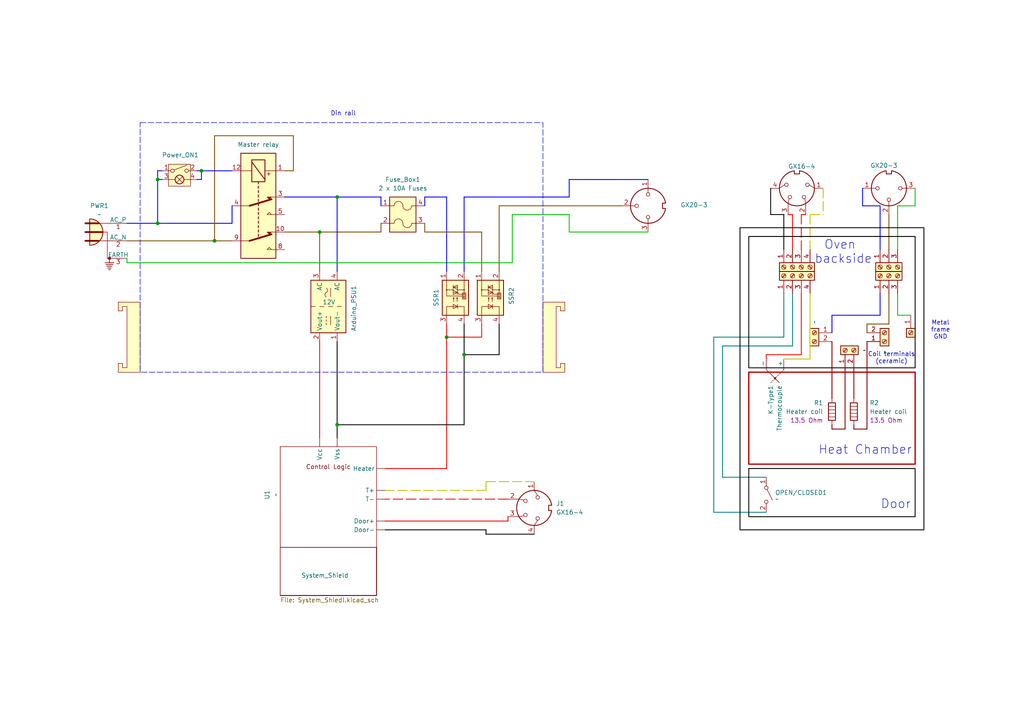
<source format=kicad_sch>
(kicad_sch
	(version 20231120)
	(generator "eeschema")
	(generator_version "8.0")
	(uuid "ab2c7eff-250b-4e79-be23-50cd0e4d8e2f")
	(paper "A4")
	(title_block
		(title "TEEKeeper - Temperature Electronic Environment Keeper")
		(date "2024-04-24")
		(company "https://github.com/Sigeardo/TEEKeeper")
	)
	(lib_symbols
		(symbol "Connector:Conn_WallPlug_Earth"
			(pin_names
				(offset 0)
			)
			(exclude_from_sim no)
			(in_bom yes)
			(on_board yes)
			(property "Reference" "P"
				(at 0 3.81 0)
				(effects
					(font
						(size 1.27 1.27)
					)
					(justify bottom)
				)
			)
			(property "Value" "Conn_WallPlug_Earth"
				(at -5.08 0 90)
				(effects
					(font
						(size 1.27 1.27)
					)
					(justify bottom)
				)
			)
			(property "Footprint" ""
				(at 10.16 0 0)
				(effects
					(font
						(size 1.27 1.27)
					)
					(hide yes)
				)
			)
			(property "Datasheet" "~"
				(at 10.16 0 0)
				(effects
					(font
						(size 1.27 1.27)
					)
					(hide yes)
				)
			)
			(property "Description" "3-pin general wall plug, with Earth wire (110VAC, 220VAC)"
				(at 0 0 0)
				(effects
					(font
						(size 1.27 1.27)
					)
					(hide yes)
				)
			)
			(property "ki_keywords" "wall plug 110VAC 220VAC"
				(at 0 0 0)
				(effects
					(font
						(size 1.27 1.27)
					)
					(hide yes)
				)
			)
			(symbol "Conn_WallPlug_Earth_0_1"
				(arc
					(start -3.175 -3.81)
					(mid 0.6184 0)
					(end -3.175 3.81)
					(stroke
						(width 0.254)
						(type default)
					)
					(fill
						(type background)
					)
				)
				(polyline
					(pts
						(xy -4.445 -2.54) (xy -0.635 -2.54)
					)
					(stroke
						(width 0.508)
						(type default)
					)
					(fill
						(type none)
					)
				)
				(polyline
					(pts
						(xy -4.445 0) (xy 0.508 0)
					)
					(stroke
						(width 0.508)
						(type default)
					)
					(fill
						(type none)
					)
				)
				(polyline
					(pts
						(xy -4.445 2.54) (xy -0.635 2.54)
					)
					(stroke
						(width 0.508)
						(type default)
					)
					(fill
						(type none)
					)
				)
				(polyline
					(pts
						(xy -3.175 -3.81) (xy -3.175 3.81)
					)
					(stroke
						(width 0.254)
						(type default)
					)
					(fill
						(type none)
					)
				)
				(polyline
					(pts
						(xy -0.635 -2.54) (xy 2.54 -2.54)
					)
					(stroke
						(width 0)
						(type default)
					)
					(fill
						(type none)
					)
				)
				(polyline
					(pts
						(xy -0.635 2.54) (xy 2.54 2.54)
					)
					(stroke
						(width 0)
						(type default)
					)
					(fill
						(type none)
					)
				)
				(polyline
					(pts
						(xy 1.524 -9.398) (xy 3.556 -9.398)
					)
					(stroke
						(width 0.2032)
						(type default)
					)
					(fill
						(type none)
					)
				)
				(polyline
					(pts
						(xy 1.778 -9.906) (xy 3.302 -9.906)
					)
					(stroke
						(width 0.2032)
						(type default)
					)
					(fill
						(type none)
					)
				)
				(polyline
					(pts
						(xy 2.032 -10.414) (xy 3.048 -10.414)
					)
					(stroke
						(width 0.2032)
						(type default)
					)
					(fill
						(type none)
					)
				)
				(polyline
					(pts
						(xy 2.286 -10.922) (xy 2.794 -10.922)
					)
					(stroke
						(width 0.2032)
						(type default)
					)
					(fill
						(type none)
					)
				)
				(polyline
					(pts
						(xy 2.54 -7.62) (xy 2.54 -8.89)
					)
					(stroke
						(width 0.2032)
						(type default)
					)
					(fill
						(type none)
					)
				)
				(polyline
					(pts
						(xy 3.81 -8.89) (xy 1.27 -8.89)
					)
					(stroke
						(width 0.2032)
						(type default)
					)
					(fill
						(type none)
					)
				)
				(polyline
					(pts
						(xy 2.54 -7.62) (xy 1.905 -7.62) (xy 1.905 0) (xy -4.445 0)
					)
					(stroke
						(width 0)
						(type default)
					)
					(fill
						(type none)
					)
				)
				(circle
					(center 2.54 -7.62)
					(radius 0.3556)
					(stroke
						(width 0)
						(type default)
					)
					(fill
						(type outline)
					)
				)
			)
			(symbol "Conn_WallPlug_Earth_1_1"
				(pin power_out line
					(at 7.62 2.54 180)
					(length 5.08)
					(name "AC_P"
						(effects
							(font
								(size 1.27 1.27)
							)
						)
					)
					(number "1"
						(effects
							(font
								(size 1.27 1.27)
							)
						)
					)
				)
				(pin power_out line
					(at 7.62 -2.54 180)
					(length 5.08)
					(name "AC_N"
						(effects
							(font
								(size 1.27 1.27)
							)
						)
					)
					(number "2"
						(effects
							(font
								(size 1.27 1.27)
							)
						)
					)
				)
				(pin passive line
					(at 7.62 -7.62 180)
					(length 5.08)
					(name "EARTH"
						(effects
							(font
								(size 1.27 1.27)
							)
						)
					)
					(number "3"
						(effects
							(font
								(size 1.27 1.27)
							)
						)
					)
				)
			)
		)
		(symbol "Connector:DIN-3"
			(pin_names
				(offset 1.016)
			)
			(exclude_from_sim no)
			(in_bom yes)
			(on_board yes)
			(property "Reference" "J"
				(at 3.302 6.35 0)
				(effects
					(font
						(size 1.27 1.27)
					)
				)
			)
			(property "Value" "DIN-3"
				(at 0 -6.35 0)
				(effects
					(font
						(size 1.27 1.27)
					)
				)
			)
			(property "Footprint" ""
				(at 0 0 0)
				(effects
					(font
						(size 1.27 1.27)
					)
					(hide yes)
				)
			)
			(property "Datasheet" "http://www.mouser.com/ds/2/18/40_c091_abd_e-75918.pdf"
				(at 0 0 0)
				(effects
					(font
						(size 1.27 1.27)
					)
					(hide yes)
				)
			)
			(property "Description" "3-pin DIN connector"
				(at 0 0 0)
				(effects
					(font
						(size 1.27 1.27)
					)
					(hide yes)
				)
			)
			(property "ki_keywords" "circular DIN connector"
				(at 0 0 0)
				(effects
					(font
						(size 1.27 1.27)
					)
					(hide yes)
				)
			)
			(property "ki_fp_filters" "DIN*"
				(at 0 0 0)
				(effects
					(font
						(size 1.27 1.27)
					)
					(hide yes)
				)
			)
			(symbol "DIN-3_0_1"
				(arc
					(start -5.08 0)
					(mid -3.8609 -3.3364)
					(end -0.762 -5.08)
					(stroke
						(width 0.254)
						(type default)
					)
					(fill
						(type none)
					)
				)
				(circle
					(center -3.302 0)
					(radius 0.508)
					(stroke
						(width 0)
						(type default)
					)
					(fill
						(type none)
					)
				)
				(polyline
					(pts
						(xy -3.81 0) (xy -5.08 0)
					)
					(stroke
						(width 0)
						(type default)
					)
					(fill
						(type none)
					)
				)
				(polyline
					(pts
						(xy 0 3.81) (xy 0 5.08)
					)
					(stroke
						(width 0)
						(type default)
					)
					(fill
						(type none)
					)
				)
				(polyline
					(pts
						(xy 5.08 0) (xy 3.81 0)
					)
					(stroke
						(width 0)
						(type default)
					)
					(fill
						(type none)
					)
				)
				(polyline
					(pts
						(xy -0.762 -4.953) (xy -0.762 -4.191) (xy 0.762 -4.191) (xy 0.762 -4.953)
					)
					(stroke
						(width 0.254)
						(type default)
					)
					(fill
						(type none)
					)
				)
				(circle
					(center 0 3.302)
					(radius 0.508)
					(stroke
						(width 0)
						(type default)
					)
					(fill
						(type none)
					)
				)
				(arc
					(start 0.762 -5.08)
					(mid 3.8685 -3.343)
					(end 5.08 0)
					(stroke
						(width 0.254)
						(type default)
					)
					(fill
						(type none)
					)
				)
				(circle
					(center 3.302 0)
					(radius 0.508)
					(stroke
						(width 0)
						(type default)
					)
					(fill
						(type none)
					)
				)
				(arc
					(start 5.08 0)
					(mid 0 5.0579)
					(end -5.08 0)
					(stroke
						(width 0.254)
						(type default)
					)
					(fill
						(type none)
					)
				)
			)
			(symbol "DIN-3_1_1"
				(pin passive line
					(at -7.62 0 0)
					(length 2.54)
					(name "~"
						(effects
							(font
								(size 1.27 1.27)
							)
						)
					)
					(number "1"
						(effects
							(font
								(size 1.27 1.27)
							)
						)
					)
				)
				(pin passive line
					(at 0 7.62 270)
					(length 2.54)
					(name "~"
						(effects
							(font
								(size 1.27 1.27)
							)
						)
					)
					(number "2"
						(effects
							(font
								(size 1.27 1.27)
							)
						)
					)
				)
				(pin passive line
					(at 7.62 0 180)
					(length 2.54)
					(name "~"
						(effects
							(font
								(size 1.27 1.27)
							)
						)
					)
					(number "3"
						(effects
							(font
								(size 1.27 1.27)
							)
						)
					)
				)
			)
		)
		(symbol "Connector:DIN-4"
			(pin_names
				(offset 1.016)
			)
			(exclude_from_sim no)
			(in_bom yes)
			(on_board yes)
			(property "Reference" "J"
				(at 5.334 5.08 0)
				(effects
					(font
						(size 1.27 1.27)
					)
				)
			)
			(property "Value" "DIN-4"
				(at 0 -6.35 0)
				(effects
					(font
						(size 1.27 1.27)
					)
				)
			)
			(property "Footprint" ""
				(at 0 0 0)
				(effects
					(font
						(size 1.27 1.27)
					)
					(hide yes)
				)
			)
			(property "Datasheet" "http://www.mouser.com/ds/2/18/40_c091_abd_e-75918.pdf"
				(at 0 0 0)
				(effects
					(font
						(size 1.27 1.27)
					)
					(hide yes)
				)
			)
			(property "Description" "4-pin DIN connector"
				(at 0 0 0)
				(effects
					(font
						(size 1.27 1.27)
					)
					(hide yes)
				)
			)
			(property "ki_keywords" "circular DIN connector"
				(at 0 0 0)
				(effects
					(font
						(size 1.27 1.27)
					)
					(hide yes)
				)
			)
			(property "ki_fp_filters" "DIN*"
				(at 0 0 0)
				(effects
					(font
						(size 1.27 1.27)
					)
					(hide yes)
				)
			)
			(symbol "DIN-4_0_1"
				(arc
					(start -5.08 0)
					(mid -3.8609 -3.3364)
					(end -0.762 -5.08)
					(stroke
						(width 0.254)
						(type default)
					)
					(fill
						(type none)
					)
				)
				(circle
					(center -3.048 -1.016)
					(radius 0.508)
					(stroke
						(width 0)
						(type default)
					)
					(fill
						(type none)
					)
				)
				(circle
					(center -2.032 2.54)
					(radius 0.508)
					(stroke
						(width 0)
						(type default)
					)
					(fill
						(type none)
					)
				)
				(polyline
					(pts
						(xy -3.556 -1.016) (xy -5.08 0)
					)
					(stroke
						(width 0)
						(type default)
					)
					(fill
						(type none)
					)
				)
				(polyline
					(pts
						(xy 5.08 0) (xy 3.556 -1.016)
					)
					(stroke
						(width 0)
						(type default)
					)
					(fill
						(type none)
					)
				)
				(polyline
					(pts
						(xy -2.54 5.08) (xy -2.54 4.318) (xy -2.286 3.048)
					)
					(stroke
						(width 0)
						(type default)
					)
					(fill
						(type none)
					)
				)
				(polyline
					(pts
						(xy 2.54 5.08) (xy 2.54 4.318) (xy 2.286 3.048)
					)
					(stroke
						(width 0)
						(type default)
					)
					(fill
						(type none)
					)
				)
				(polyline
					(pts
						(xy -0.762 -4.953) (xy -0.762 -4.191) (xy 0.762 -4.191) (xy 0.762 -4.953)
					)
					(stroke
						(width 0.254)
						(type default)
					)
					(fill
						(type none)
					)
				)
				(arc
					(start 0.762 -5.08)
					(mid 3.8685 -3.343)
					(end 5.08 0)
					(stroke
						(width 0.254)
						(type default)
					)
					(fill
						(type none)
					)
				)
				(circle
					(center 2.032 2.54)
					(radius 0.508)
					(stroke
						(width 0)
						(type default)
					)
					(fill
						(type none)
					)
				)
				(circle
					(center 3.048 -1.016)
					(radius 0.508)
					(stroke
						(width 0)
						(type default)
					)
					(fill
						(type none)
					)
				)
				(arc
					(start 5.08 0)
					(mid 0 5.0579)
					(end -5.08 0)
					(stroke
						(width 0.254)
						(type default)
					)
					(fill
						(type none)
					)
				)
			)
			(symbol "DIN-4_1_1"
				(pin passive line
					(at -7.62 0 0)
					(length 2.54)
					(name "~"
						(effects
							(font
								(size 1.27 1.27)
							)
						)
					)
					(number "1"
						(effects
							(font
								(size 1.27 1.27)
							)
						)
					)
				)
				(pin passive line
					(at -2.54 7.62 270)
					(length 2.54)
					(name "~"
						(effects
							(font
								(size 1.27 1.27)
							)
						)
					)
					(number "2"
						(effects
							(font
								(size 1.27 1.27)
							)
						)
					)
				)
				(pin passive line
					(at 2.54 7.62 270)
					(length 2.54)
					(name "~"
						(effects
							(font
								(size 1.27 1.27)
							)
						)
					)
					(number "3"
						(effects
							(font
								(size 1.27 1.27)
							)
						)
					)
				)
				(pin passive line
					(at 7.62 0 180)
					(length 2.54)
					(name "~"
						(effects
							(font
								(size 1.27 1.27)
							)
						)
					)
					(number "4"
						(effects
							(font
								(size 1.27 1.27)
							)
						)
					)
				)
			)
		)
		(symbol "Connector:Screw_Terminal_01x01"
			(pin_names
				(offset 1.016) hide)
			(exclude_from_sim no)
			(in_bom yes)
			(on_board yes)
			(property "Reference" "J"
				(at 0 2.54 0)
				(effects
					(font
						(size 1.27 1.27)
					)
				)
			)
			(property "Value" "Screw_Terminal_01x01"
				(at 0 -2.54 0)
				(effects
					(font
						(size 1.27 1.27)
					)
				)
			)
			(property "Footprint" ""
				(at 0 0 0)
				(effects
					(font
						(size 1.27 1.27)
					)
					(hide yes)
				)
			)
			(property "Datasheet" "~"
				(at 0 0 0)
				(effects
					(font
						(size 1.27 1.27)
					)
					(hide yes)
				)
			)
			(property "Description" "Generic screw terminal, single row, 01x01, script generated (kicad-library-utils/schlib/autogen/connector/)"
				(at 0 0 0)
				(effects
					(font
						(size 1.27 1.27)
					)
					(hide yes)
				)
			)
			(property "ki_keywords" "screw terminal"
				(at 0 0 0)
				(effects
					(font
						(size 1.27 1.27)
					)
					(hide yes)
				)
			)
			(property "ki_fp_filters" "TerminalBlock*:*"
				(at 0 0 0)
				(effects
					(font
						(size 1.27 1.27)
					)
					(hide yes)
				)
			)
			(symbol "Screw_Terminal_01x01_1_1"
				(rectangle
					(start -1.27 1.27)
					(end 1.27 -1.27)
					(stroke
						(width 0.254)
						(type default)
					)
					(fill
						(type background)
					)
				)
				(polyline
					(pts
						(xy -0.5334 0.3302) (xy 0.3302 -0.508)
					)
					(stroke
						(width 0.1524)
						(type default)
					)
					(fill
						(type none)
					)
				)
				(polyline
					(pts
						(xy -0.3556 0.508) (xy 0.508 -0.3302)
					)
					(stroke
						(width 0.1524)
						(type default)
					)
					(fill
						(type none)
					)
				)
				(circle
					(center 0 0)
					(radius 0.635)
					(stroke
						(width 0.1524)
						(type default)
					)
					(fill
						(type none)
					)
				)
				(pin passive line
					(at -5.08 0 0)
					(length 3.81)
					(name "Pin_1"
						(effects
							(font
								(size 1.27 1.27)
							)
						)
					)
					(number "1"
						(effects
							(font
								(size 1.27 1.27)
							)
						)
					)
				)
			)
		)
		(symbol "Connector:Screw_Terminal_01x02"
			(pin_names
				(offset 1.016) hide)
			(exclude_from_sim no)
			(in_bom yes)
			(on_board yes)
			(property "Reference" "J"
				(at 0 2.54 0)
				(effects
					(font
						(size 1.27 1.27)
					)
				)
			)
			(property "Value" "Screw_Terminal_01x02"
				(at 0 -5.08 0)
				(effects
					(font
						(size 1.27 1.27)
					)
				)
			)
			(property "Footprint" ""
				(at 0 0 0)
				(effects
					(font
						(size 1.27 1.27)
					)
					(hide yes)
				)
			)
			(property "Datasheet" "~"
				(at 0 0 0)
				(effects
					(font
						(size 1.27 1.27)
					)
					(hide yes)
				)
			)
			(property "Description" "Generic screw terminal, single row, 01x02, script generated (kicad-library-utils/schlib/autogen/connector/)"
				(at 0 0 0)
				(effects
					(font
						(size 1.27 1.27)
					)
					(hide yes)
				)
			)
			(property "ki_keywords" "screw terminal"
				(at 0 0 0)
				(effects
					(font
						(size 1.27 1.27)
					)
					(hide yes)
				)
			)
			(property "ki_fp_filters" "TerminalBlock*:*"
				(at 0 0 0)
				(effects
					(font
						(size 1.27 1.27)
					)
					(hide yes)
				)
			)
			(symbol "Screw_Terminal_01x02_1_1"
				(rectangle
					(start -1.27 1.27)
					(end 1.27 -3.81)
					(stroke
						(width 0.254)
						(type default)
					)
					(fill
						(type background)
					)
				)
				(circle
					(center 0 -2.54)
					(radius 0.635)
					(stroke
						(width 0.1524)
						(type default)
					)
					(fill
						(type none)
					)
				)
				(polyline
					(pts
						(xy -0.5334 -2.2098) (xy 0.3302 -3.048)
					)
					(stroke
						(width 0.1524)
						(type default)
					)
					(fill
						(type none)
					)
				)
				(polyline
					(pts
						(xy -0.5334 0.3302) (xy 0.3302 -0.508)
					)
					(stroke
						(width 0.1524)
						(type default)
					)
					(fill
						(type none)
					)
				)
				(polyline
					(pts
						(xy -0.3556 -2.032) (xy 0.508 -2.8702)
					)
					(stroke
						(width 0.1524)
						(type default)
					)
					(fill
						(type none)
					)
				)
				(polyline
					(pts
						(xy -0.3556 0.508) (xy 0.508 -0.3302)
					)
					(stroke
						(width 0.1524)
						(type default)
					)
					(fill
						(type none)
					)
				)
				(circle
					(center 0 0)
					(radius 0.635)
					(stroke
						(width 0.1524)
						(type default)
					)
					(fill
						(type none)
					)
				)
				(pin passive line
					(at -5.08 0 0)
					(length 3.81)
					(name "Pin_1"
						(effects
							(font
								(size 1.27 1.27)
							)
						)
					)
					(number "1"
						(effects
							(font
								(size 1.27 1.27)
							)
						)
					)
				)
				(pin passive line
					(at -5.08 -2.54 0)
					(length 3.81)
					(name "Pin_2"
						(effects
							(font
								(size 1.27 1.27)
							)
						)
					)
					(number "2"
						(effects
							(font
								(size 1.27 1.27)
							)
						)
					)
				)
			)
		)
		(symbol "Connector:Screw_Terminal_01x03"
			(pin_names
				(offset 1.016) hide)
			(exclude_from_sim no)
			(in_bom yes)
			(on_board yes)
			(property "Reference" "J"
				(at 0 5.08 0)
				(effects
					(font
						(size 1.27 1.27)
					)
				)
			)
			(property "Value" "Screw_Terminal_01x03"
				(at 0 -5.08 0)
				(effects
					(font
						(size 1.27 1.27)
					)
				)
			)
			(property "Footprint" ""
				(at 0 0 0)
				(effects
					(font
						(size 1.27 1.27)
					)
					(hide yes)
				)
			)
			(property "Datasheet" "~"
				(at 0 0 0)
				(effects
					(font
						(size 1.27 1.27)
					)
					(hide yes)
				)
			)
			(property "Description" "Generic screw terminal, single row, 01x03, script generated (kicad-library-utils/schlib/autogen/connector/)"
				(at 0 0 0)
				(effects
					(font
						(size 1.27 1.27)
					)
					(hide yes)
				)
			)
			(property "ki_keywords" "screw terminal"
				(at 0 0 0)
				(effects
					(font
						(size 1.27 1.27)
					)
					(hide yes)
				)
			)
			(property "ki_fp_filters" "TerminalBlock*:*"
				(at 0 0 0)
				(effects
					(font
						(size 1.27 1.27)
					)
					(hide yes)
				)
			)
			(symbol "Screw_Terminal_01x03_1_1"
				(rectangle
					(start -1.27 3.81)
					(end 1.27 -3.81)
					(stroke
						(width 0.254)
						(type default)
					)
					(fill
						(type background)
					)
				)
				(circle
					(center 0 -2.54)
					(radius 0.635)
					(stroke
						(width 0.1524)
						(type default)
					)
					(fill
						(type none)
					)
				)
				(polyline
					(pts
						(xy -0.5334 -2.2098) (xy 0.3302 -3.048)
					)
					(stroke
						(width 0.1524)
						(type default)
					)
					(fill
						(type none)
					)
				)
				(polyline
					(pts
						(xy -0.5334 0.3302) (xy 0.3302 -0.508)
					)
					(stroke
						(width 0.1524)
						(type default)
					)
					(fill
						(type none)
					)
				)
				(polyline
					(pts
						(xy -0.5334 2.8702) (xy 0.3302 2.032)
					)
					(stroke
						(width 0.1524)
						(type default)
					)
					(fill
						(type none)
					)
				)
				(polyline
					(pts
						(xy -0.3556 -2.032) (xy 0.508 -2.8702)
					)
					(stroke
						(width 0.1524)
						(type default)
					)
					(fill
						(type none)
					)
				)
				(polyline
					(pts
						(xy -0.3556 0.508) (xy 0.508 -0.3302)
					)
					(stroke
						(width 0.1524)
						(type default)
					)
					(fill
						(type none)
					)
				)
				(polyline
					(pts
						(xy -0.3556 3.048) (xy 0.508 2.2098)
					)
					(stroke
						(width 0.1524)
						(type default)
					)
					(fill
						(type none)
					)
				)
				(circle
					(center 0 0)
					(radius 0.635)
					(stroke
						(width 0.1524)
						(type default)
					)
					(fill
						(type none)
					)
				)
				(circle
					(center 0 2.54)
					(radius 0.635)
					(stroke
						(width 0.1524)
						(type default)
					)
					(fill
						(type none)
					)
				)
				(pin passive line
					(at -5.08 2.54 0)
					(length 3.81)
					(name "Pin_1"
						(effects
							(font
								(size 1.27 1.27)
							)
						)
					)
					(number "1"
						(effects
							(font
								(size 1.27 1.27)
							)
						)
					)
				)
				(pin passive line
					(at -5.08 0 0)
					(length 3.81)
					(name "Pin_2"
						(effects
							(font
								(size 1.27 1.27)
							)
						)
					)
					(number "2"
						(effects
							(font
								(size 1.27 1.27)
							)
						)
					)
				)
				(pin passive line
					(at -5.08 -2.54 0)
					(length 3.81)
					(name "Pin_3"
						(effects
							(font
								(size 1.27 1.27)
							)
						)
					)
					(number "3"
						(effects
							(font
								(size 1.27 1.27)
							)
						)
					)
				)
			)
		)
		(symbol "Connector:Screw_Terminal_01x04"
			(pin_names
				(offset 1.016) hide)
			(exclude_from_sim no)
			(in_bom yes)
			(on_board yes)
			(property "Reference" "J"
				(at 0 5.08 0)
				(effects
					(font
						(size 1.27 1.27)
					)
				)
			)
			(property "Value" "Screw_Terminal_01x04"
				(at 0 -7.62 0)
				(effects
					(font
						(size 1.27 1.27)
					)
				)
			)
			(property "Footprint" ""
				(at 0 0 0)
				(effects
					(font
						(size 1.27 1.27)
					)
					(hide yes)
				)
			)
			(property "Datasheet" "~"
				(at 0 0 0)
				(effects
					(font
						(size 1.27 1.27)
					)
					(hide yes)
				)
			)
			(property "Description" "Generic screw terminal, single row, 01x04, script generated (kicad-library-utils/schlib/autogen/connector/)"
				(at 0 0 0)
				(effects
					(font
						(size 1.27 1.27)
					)
					(hide yes)
				)
			)
			(property "ki_keywords" "screw terminal"
				(at 0 0 0)
				(effects
					(font
						(size 1.27 1.27)
					)
					(hide yes)
				)
			)
			(property "ki_fp_filters" "TerminalBlock*:*"
				(at 0 0 0)
				(effects
					(font
						(size 1.27 1.27)
					)
					(hide yes)
				)
			)
			(symbol "Screw_Terminal_01x04_1_1"
				(rectangle
					(start -1.27 3.81)
					(end 1.27 -6.35)
					(stroke
						(width 0.254)
						(type default)
					)
					(fill
						(type background)
					)
				)
				(circle
					(center 0 -5.08)
					(radius 0.635)
					(stroke
						(width 0.1524)
						(type default)
					)
					(fill
						(type none)
					)
				)
				(circle
					(center 0 -2.54)
					(radius 0.635)
					(stroke
						(width 0.1524)
						(type default)
					)
					(fill
						(type none)
					)
				)
				(polyline
					(pts
						(xy -0.5334 -4.7498) (xy 0.3302 -5.588)
					)
					(stroke
						(width 0.1524)
						(type default)
					)
					(fill
						(type none)
					)
				)
				(polyline
					(pts
						(xy -0.5334 -2.2098) (xy 0.3302 -3.048)
					)
					(stroke
						(width 0.1524)
						(type default)
					)
					(fill
						(type none)
					)
				)
				(polyline
					(pts
						(xy -0.5334 0.3302) (xy 0.3302 -0.508)
					)
					(stroke
						(width 0.1524)
						(type default)
					)
					(fill
						(type none)
					)
				)
				(polyline
					(pts
						(xy -0.5334 2.8702) (xy 0.3302 2.032)
					)
					(stroke
						(width 0.1524)
						(type default)
					)
					(fill
						(type none)
					)
				)
				(polyline
					(pts
						(xy -0.3556 -4.572) (xy 0.508 -5.4102)
					)
					(stroke
						(width 0.1524)
						(type default)
					)
					(fill
						(type none)
					)
				)
				(polyline
					(pts
						(xy -0.3556 -2.032) (xy 0.508 -2.8702)
					)
					(stroke
						(width 0.1524)
						(type default)
					)
					(fill
						(type none)
					)
				)
				(polyline
					(pts
						(xy -0.3556 0.508) (xy 0.508 -0.3302)
					)
					(stroke
						(width 0.1524)
						(type default)
					)
					(fill
						(type none)
					)
				)
				(polyline
					(pts
						(xy -0.3556 3.048) (xy 0.508 2.2098)
					)
					(stroke
						(width 0.1524)
						(type default)
					)
					(fill
						(type none)
					)
				)
				(circle
					(center 0 0)
					(radius 0.635)
					(stroke
						(width 0.1524)
						(type default)
					)
					(fill
						(type none)
					)
				)
				(circle
					(center 0 2.54)
					(radius 0.635)
					(stroke
						(width 0.1524)
						(type default)
					)
					(fill
						(type none)
					)
				)
				(pin passive line
					(at -5.08 2.54 0)
					(length 3.81)
					(name "Pin_1"
						(effects
							(font
								(size 1.27 1.27)
							)
						)
					)
					(number "1"
						(effects
							(font
								(size 1.27 1.27)
							)
						)
					)
				)
				(pin passive line
					(at -5.08 0 0)
					(length 3.81)
					(name "Pin_2"
						(effects
							(font
								(size 1.27 1.27)
							)
						)
					)
					(number "2"
						(effects
							(font
								(size 1.27 1.27)
							)
						)
					)
				)
				(pin passive line
					(at -5.08 -2.54 0)
					(length 3.81)
					(name "Pin_3"
						(effects
							(font
								(size 1.27 1.27)
							)
						)
					)
					(number "3"
						(effects
							(font
								(size 1.27 1.27)
							)
						)
					)
				)
				(pin passive line
					(at -5.08 -5.08 0)
					(length 3.81)
					(name "Pin_4"
						(effects
							(font
								(size 1.27 1.27)
							)
						)
					)
					(number "4"
						(effects
							(font
								(size 1.27 1.27)
							)
						)
					)
				)
			)
		)
		(symbol "Converter_ACDC:TMLM05105"
			(exclude_from_sim no)
			(in_bom yes)
			(on_board yes)
			(property "Reference" "PS"
				(at 0 6.35 0)
				(effects
					(font
						(size 1.27 1.27)
					)
				)
			)
			(property "Value" "TMLM05105"
				(at 0 -6.35 0)
				(effects
					(font
						(size 1.27 1.27)
					)
				)
			)
			(property "Footprint" "Converter_ACDC:Converter_ACDC_TRACO_TMLM-05_THT"
				(at 0 -8.89 0)
				(effects
					(font
						(size 1.27 1.27)
					)
					(hide yes)
				)
			)
			(property "Datasheet" "https://www.tracopower.com/products/tmlm.pdf"
				(at 0 0 0)
				(effects
					(font
						(size 1.27 1.27)
					)
					(hide yes)
				)
			)
			(property "Description" "5V 1000mA AC/DC low noise power module"
				(at 0 0 0)
				(effects
					(font
						(size 1.27 1.27)
					)
					(hide yes)
				)
			)
			(property "ki_keywords" "Traco Power 5W AC-DC module power supply"
				(at 0 0 0)
				(effects
					(font
						(size 1.27 1.27)
					)
					(hide yes)
				)
			)
			(property "ki_fp_filters" "Converter*ACDC*TRACO*TMLM*05*"
				(at 0 0 0)
				(effects
					(font
						(size 1.27 1.27)
					)
					(hide yes)
				)
			)
			(symbol "TMLM05105_0_1"
				(rectangle
					(start -7.62 5.08)
					(end 7.62 -5.08)
					(stroke
						(width 0.254)
						(type default)
					)
					(fill
						(type background)
					)
				)
				(arc
					(start -5.334 0.635)
					(mid -4.699 0.2495)
					(end -4.064 0.635)
					(stroke
						(width 0)
						(type default)
					)
					(fill
						(type none)
					)
				)
				(arc
					(start -2.794 0.635)
					(mid -3.429 1.0072)
					(end -4.064 0.635)
					(stroke
						(width 0)
						(type default)
					)
					(fill
						(type none)
					)
				)
				(polyline
					(pts
						(xy -5.334 -0.635) (xy -2.794 -0.635)
					)
					(stroke
						(width 0)
						(type default)
					)
					(fill
						(type none)
					)
				)
				(polyline
					(pts
						(xy 0 -2.54) (xy 0 -3.81)
					)
					(stroke
						(width 0)
						(type default)
					)
					(fill
						(type none)
					)
				)
				(polyline
					(pts
						(xy 0 0) (xy 0 -1.27)
					)
					(stroke
						(width 0)
						(type default)
					)
					(fill
						(type none)
					)
				)
				(polyline
					(pts
						(xy 0 2.54) (xy 0 1.27)
					)
					(stroke
						(width 0)
						(type default)
					)
					(fill
						(type none)
					)
				)
				(polyline
					(pts
						(xy 0 5.08) (xy 0 3.81)
					)
					(stroke
						(width 0)
						(type default)
					)
					(fill
						(type none)
					)
				)
				(polyline
					(pts
						(xy 2.794 -0.635) (xy 5.334 -0.635)
					)
					(stroke
						(width 0)
						(type default)
					)
					(fill
						(type none)
					)
				)
				(polyline
					(pts
						(xy 2.794 0.635) (xy 3.302 0.635)
					)
					(stroke
						(width 0)
						(type default)
					)
					(fill
						(type none)
					)
				)
				(polyline
					(pts
						(xy 3.81 0.635) (xy 4.318 0.635)
					)
					(stroke
						(width 0)
						(type default)
					)
					(fill
						(type none)
					)
				)
				(polyline
					(pts
						(xy 4.826 0.635) (xy 5.334 0.635)
					)
					(stroke
						(width 0)
						(type default)
					)
					(fill
						(type none)
					)
				)
			)
			(symbol "TMLM05105_1_1"
				(pin power_out line
					(at 10.16 -2.54 180)
					(length 2.54)
					(name "Vout-"
						(effects
							(font
								(size 1.27 1.27)
							)
						)
					)
					(number "1"
						(effects
							(font
								(size 1.27 1.27)
							)
						)
					)
				)
				(pin power_out line
					(at 10.16 2.54 180)
					(length 2.54)
					(name "Vout+"
						(effects
							(font
								(size 1.27 1.27)
							)
						)
					)
					(number "2"
						(effects
							(font
								(size 1.27 1.27)
							)
						)
					)
				)
				(pin power_in line
					(at -10.16 2.54 0)
					(length 2.54)
					(name "AC"
						(effects
							(font
								(size 1.27 1.27)
							)
						)
					)
					(number "3"
						(effects
							(font
								(size 1.27 1.27)
							)
						)
					)
				)
				(pin power_in line
					(at -10.16 -2.54 0)
					(length 2.54)
					(name "AC"
						(effects
							(font
								(size 1.27 1.27)
							)
						)
					)
					(number "4"
						(effects
							(font
								(size 1.27 1.27)
							)
						)
					)
				)
			)
		)
		(symbol "Device:Heater"
			(pin_numbers hide)
			(pin_names
				(offset 0)
			)
			(exclude_from_sim no)
			(in_bom yes)
			(on_board yes)
			(property "Reference" "R"
				(at 2.032 0 90)
				(effects
					(font
						(size 1.27 1.27)
					)
				)
			)
			(property "Value" "Heater"
				(at -2.032 0 90)
				(effects
					(font
						(size 1.27 1.27)
					)
				)
			)
			(property "Footprint" ""
				(at -1.778 0 90)
				(effects
					(font
						(size 1.27 1.27)
					)
					(hide yes)
				)
			)
			(property "Datasheet" "~"
				(at 0 0 0)
				(effects
					(font
						(size 1.27 1.27)
					)
					(hide yes)
				)
			)
			(property "Description" "Resistive heater"
				(at 0 0 0)
				(effects
					(font
						(size 1.27 1.27)
					)
					(hide yes)
				)
			)
			(property "ki_keywords" "heater R resistor"
				(at 0 0 0)
				(effects
					(font
						(size 1.27 1.27)
					)
					(hide yes)
				)
			)
			(symbol "Heater_0_1"
				(rectangle
					(start -1.016 -2.54)
					(end 1.016 2.54)
					(stroke
						(width 0.254)
						(type default)
					)
					(fill
						(type none)
					)
				)
				(polyline
					(pts
						(xy -1.016 1.524) (xy 1.016 1.524)
					)
					(stroke
						(width 0)
						(type default)
					)
					(fill
						(type none)
					)
				)
				(polyline
					(pts
						(xy 1.016 -1.524) (xy -1.016 -1.524)
					)
					(stroke
						(width 0)
						(type default)
					)
					(fill
						(type none)
					)
				)
				(polyline
					(pts
						(xy 1.016 -0.508) (xy -1.016 -0.508)
					)
					(stroke
						(width 0)
						(type default)
					)
					(fill
						(type none)
					)
				)
				(polyline
					(pts
						(xy 1.016 0.508) (xy -1.016 0.508)
					)
					(stroke
						(width 0)
						(type default)
					)
					(fill
						(type none)
					)
				)
			)
			(symbol "Heater_1_1"
				(pin passive line
					(at 0 3.81 270)
					(length 1.27)
					(name "~"
						(effects
							(font
								(size 1.27 1.27)
							)
						)
					)
					(number "1"
						(effects
							(font
								(size 1.27 1.27)
							)
						)
					)
				)
				(pin passive line
					(at 0 -3.81 90)
					(length 1.27)
					(name "~"
						(effects
							(font
								(size 1.27 1.27)
							)
						)
					)
					(number "2"
						(effects
							(font
								(size 1.27 1.27)
							)
						)
					)
				)
			)
		)
		(symbol "Device:Thermocouple"
			(pin_numbers hide)
			(pin_names
				(offset 0)
			)
			(exclude_from_sim no)
			(in_bom yes)
			(on_board yes)
			(property "Reference" "TC"
				(at -3.048 3.81 0)
				(effects
					(font
						(size 1.27 1.27)
					)
				)
			)
			(property "Value" "Thermocouple"
				(at -5.08 -4.064 0)
				(effects
					(font
						(size 1.27 1.27)
					)
					(justify left)
				)
			)
			(property "Footprint" ""
				(at -14.605 1.27 0)
				(effects
					(font
						(size 1.27 1.27)
					)
					(hide yes)
				)
			)
			(property "Datasheet" "~"
				(at -14.605 1.27 0)
				(effects
					(font
						(size 1.27 1.27)
					)
					(hide yes)
				)
			)
			(property "Description" "Thermocouple"
				(at 0 0 0)
				(effects
					(font
						(size 1.27 1.27)
					)
					(hide yes)
				)
			)
			(property "ki_keywords" "thermocouple temperature sensor cold junction"
				(at 0 0 0)
				(effects
					(font
						(size 1.27 1.27)
					)
					(hide yes)
				)
			)
			(property "ki_fp_filters" "PIN?ARRAY* bornier* *Terminal?Block* Thermo*Couple*"
				(at 0 0 0)
				(effects
					(font
						(size 1.27 1.27)
					)
					(hide yes)
				)
			)
			(symbol "Thermocouple_0_1"
				(circle
					(center -3.048 0)
					(radius 0.254)
					(stroke
						(width 0)
						(type default)
					)
					(fill
						(type outline)
					)
				)
				(polyline
					(pts
						(xy -4.064 -1.016) (xy -4.318 -1.27)
					)
					(stroke
						(width 0)
						(type default)
					)
					(fill
						(type none)
					)
				)
				(polyline
					(pts
						(xy -3.556 -0.508) (xy -3.81 -0.762)
					)
					(stroke
						(width 0)
						(type default)
					)
					(fill
						(type none)
					)
				)
				(polyline
					(pts
						(xy -3.048 0) (xy -3.302 -0.254)
					)
					(stroke
						(width 0)
						(type default)
					)
					(fill
						(type none)
					)
				)
				(polyline
					(pts
						(xy -2.54 0.508) (xy -2.794 0.254)
					)
					(stroke
						(width 0)
						(type default)
					)
					(fill
						(type none)
					)
				)
				(polyline
					(pts
						(xy -2.032 1.016) (xy -2.286 0.762)
					)
					(stroke
						(width 0)
						(type default)
					)
					(fill
						(type none)
					)
				)
				(polyline
					(pts
						(xy -1.524 1.524) (xy -1.778 1.27)
					)
					(stroke
						(width 0)
						(type default)
					)
					(fill
						(type none)
					)
				)
				(polyline
					(pts
						(xy -1.016 2.032) (xy -1.27 1.778)
					)
					(stroke
						(width 0)
						(type default)
					)
					(fill
						(type none)
					)
				)
				(polyline
					(pts
						(xy -0.508 2.54) (xy -0.762 2.286)
					)
					(stroke
						(width 0)
						(type default)
					)
					(fill
						(type none)
					)
				)
				(polyline
					(pts
						(xy 0 -2.54) (xy -0.254 -2.54)
					)
					(stroke
						(width 0)
						(type default)
					)
					(fill
						(type none)
					)
				)
				(polyline
					(pts
						(xy 0 2.54) (xy -0.508 2.54)
					)
					(stroke
						(width 0)
						(type default)
					)
					(fill
						(type none)
					)
				)
				(polyline
					(pts
						(xy 0.254 -2.54) (xy -0.508 -2.54) (xy -4.318 1.27)
					)
					(stroke
						(width 0)
						(type default)
					)
					(fill
						(type none)
					)
				)
			)
			(symbol "Thermocouple_1_1"
				(pin passive line
					(at 2.54 2.54 180)
					(length 2.54)
					(name "+"
						(effects
							(font
								(size 1.27 1.27)
							)
						)
					)
					(number "1"
						(effects
							(font
								(size 1.27 1.27)
							)
						)
					)
				)
				(pin passive line
					(at 2.54 -2.54 180)
					(length 2.54)
					(name "-"
						(effects
							(font
								(size 1.27 1.27)
							)
						)
					)
					(number "2"
						(effects
							(font
								(size 1.27 1.27)
							)
						)
					)
				)
			)
		)
		(symbol "Mechanical:DIN_Rail_Adapter"
			(pin_numbers hide)
			(pin_names hide)
			(exclude_from_sim yes)
			(in_bom yes)
			(on_board yes)
			(property "Reference" "DRA"
				(at 0 6.35 0)
				(effects
					(font
						(size 1.27 1.27)
					)
				)
			)
			(property "Value" "DIN_Rail_Adapter"
				(at 0 3.81 0)
				(effects
					(font
						(size 1.27 1.27)
					)
				)
			)
			(property "Footprint" ""
				(at 0 -5.08 0)
				(effects
					(font
						(size 1.27 1.27)
					)
					(hide yes)
				)
			)
			(property "Datasheet" "~"
				(at 0 3.81 0)
				(effects
					(font
						(size 1.27 1.27)
					)
					(hide yes)
				)
			)
			(property "Description" "DIN Rail adapter universal, mounting holes without connection"
				(at 0 0 0)
				(effects
					(font
						(size 1.27 1.27)
					)
					(hide yes)
				)
			)
			(property "ki_keywords" "Mounting holes, DIN rail adapter"
				(at 0 0 0)
				(effects
					(font
						(size 1.27 1.27)
					)
					(hide yes)
				)
			)
			(property "ki_fp_filters" "DINRailAdapter?3xM3* DINRailAdapter?2xM3*"
				(at 0 0 0)
				(effects
					(font
						(size 1.27 1.27)
					)
					(hide yes)
				)
			)
			(symbol "DIN_Rail_Adapter_0_1"
				(polyline
					(pts
						(xy 10.16 2.54) (xy -10.16 2.54) (xy -10.16 -3.81) (xy -7.62 -3.81) (xy -7.62 -2.54) (xy -8.89 -2.54)
						(xy -8.89 -1.27) (xy 8.89 -1.27) (xy 8.89 -2.54) (xy 7.62 -2.54) (xy 7.62 -3.81) (xy 10.16 -3.81)
						(xy 10.16 2.54) (xy -10.16 2.54)
					)
					(stroke
						(width 0)
						(type default)
					)
					(fill
						(type background)
					)
				)
			)
		)
		(symbol "MyLibrary:Control_Logic"
			(exclude_from_sim no)
			(in_bom yes)
			(on_board yes)
			(property "Reference" "U1"
				(at -17.78 0 90)
				(effects
					(font
						(size 1.27 1.27)
					)
				)
			)
			(property "Value" "~"
				(at -15.24 0 90)
				(effects
					(font
						(size 1.27 1.27)
					)
				)
			)
			(property "Footprint" ""
				(at 0 0 0)
				(effects
					(font
						(size 1.27 1.27)
					)
					(hide yes)
				)
			)
			(property "Datasheet" ""
				(at 0 0 0)
				(effects
					(font
						(size 1.27 1.27)
					)
					(hide yes)
				)
			)
			(property "Description" ""
				(at 0 0 0)
				(effects
					(font
						(size 1.27 1.27)
					)
					(hide yes)
				)
			)
			(symbol "Control_Logic_1_1"
				(rectangle
					(start -13.97 13.97)
					(end 13.97 -29.21)
					(stroke
						(width 0)
						(type default)
					)
					(fill
						(type none)
					)
				)
				(text "Control Logic\n"
					(at 0 8.128 0)
					(effects
						(font
							(size 1.27 1.27)
						)
					)
				)
				(pin input line
					(at 16.51 -7.62 180)
					(length 2.54)
					(name "Door+"
						(effects
							(font
								(size 1.27 1.27)
							)
						)
					)
					(number ""
						(effects
							(font
								(size 1.27 1.27)
							)
						)
					)
				)
				(pin input line
					(at 16.51 -10.16 180)
					(length 2.54)
					(name "Door-"
						(effects
							(font
								(size 1.27 1.27)
							)
						)
					)
					(number ""
						(effects
							(font
								(size 1.27 1.27)
							)
						)
					)
				)
				(pin input line
					(at 16.51 7.62 180)
					(length 2.54)
					(name "Heater"
						(effects
							(font
								(size 1.27 1.27)
							)
						)
					)
					(number ""
						(effects
							(font
								(size 1.27 1.27)
							)
						)
					)
				)
				(pin input line
					(at 16.51 1.27 180)
					(length 2.54)
					(name "T+"
						(effects
							(font
								(size 1.27 1.27)
							)
						)
					)
					(number ""
						(effects
							(font
								(size 1.27 1.27)
							)
						)
					)
				)
				(pin input line
					(at 16.51 -1.27 180)
					(length 2.54)
					(name "T-"
						(effects
							(font
								(size 1.27 1.27)
							)
						)
					)
					(number ""
						(effects
							(font
								(size 1.27 1.27)
							)
						)
					)
				)
				(pin input line
					(at -2.54 16.51 270)
					(length 2.54)
					(name "Vcc"
						(effects
							(font
								(size 1.27 1.27)
							)
						)
					)
					(number ""
						(effects
							(font
								(size 1.27 1.27)
							)
						)
					)
				)
				(pin input line
					(at 2.54 16.51 270)
					(length 2.54)
					(name "Vss"
						(effects
							(font
								(size 1.27 1.27)
							)
						)
					)
					(number ""
						(effects
							(font
								(size 1.27 1.27)
							)
						)
					)
				)
			)
		)
		(symbol "PCM_Device_AKL:Fuse_Double"
			(pin_names hide)
			(exclude_from_sim no)
			(in_bom yes)
			(on_board yes)
			(property "Reference" "F"
				(at 0 8.89 0)
				(effects
					(font
						(size 1.27 1.27)
					)
				)
			)
			(property "Value" "Fuse_Double"
				(at 0 6.35 0)
				(effects
					(font
						(size 1.27 1.27)
					)
				)
			)
			(property "Footprint" ""
				(at 0 5.08 0)
				(effects
					(font
						(size 1.27 1.27)
					)
					(hide yes)
				)
			)
			(property "Datasheet" ""
				(at 0 5.08 0)
				(effects
					(font
						(size 1.27 1.27)
					)
					(hide yes)
				)
			)
			(property "Description" "Dual fuse, Alternate KiCAD Library"
				(at 0 0 0)
				(effects
					(font
						(size 1.27 1.27)
					)
					(hide yes)
				)
			)
			(property "ki_keywords" "fuse dual"
				(at 0 0 0)
				(effects
					(font
						(size 1.27 1.27)
					)
					(hide yes)
				)
			)
			(symbol "Fuse_Double_0_1"
				(rectangle
					(start -3.81 5.08)
					(end 3.81 -5.08)
					(stroke
						(width 0.254)
						(type default)
					)
					(fill
						(type background)
					)
				)
				(arc
					(start 0 -2.54)
					(mid -1.27 -1.2755)
					(end -2.54 -2.54)
					(stroke
						(width 0)
						(type default)
					)
					(fill
						(type none)
					)
				)
				(arc
					(start 0 -2.54)
					(mid 1.27 -3.8044)
					(end 2.54 -2.54)
					(stroke
						(width 0)
						(type default)
					)
					(fill
						(type none)
					)
				)
				(polyline
					(pts
						(xy -2.54 -2.54) (xy -3.81 -2.54)
					)
					(stroke
						(width 0.1524)
						(type default)
					)
					(fill
						(type none)
					)
				)
				(polyline
					(pts
						(xy -2.54 2.54) (xy -3.81 2.54)
					)
					(stroke
						(width 0.1524)
						(type default)
					)
					(fill
						(type none)
					)
				)
				(polyline
					(pts
						(xy 3.81 -2.54) (xy 2.54 -2.54)
					)
					(stroke
						(width 0.1524)
						(type default)
					)
					(fill
						(type none)
					)
				)
				(polyline
					(pts
						(xy 3.81 2.54) (xy 2.54 2.54)
					)
					(stroke
						(width 0.1524)
						(type default)
					)
					(fill
						(type none)
					)
				)
				(arc
					(start 0 2.54)
					(mid -1.27 3.8044)
					(end -2.54 2.54)
					(stroke
						(width 0)
						(type default)
					)
					(fill
						(type none)
					)
				)
				(arc
					(start 0 2.54)
					(mid 1.27 1.2755)
					(end 2.54 2.54)
					(stroke
						(width 0)
						(type default)
					)
					(fill
						(type none)
					)
				)
			)
			(symbol "Fuse_Double_1_1"
				(pin passive line
					(at -6.35 2.54 0)
					(length 2.54)
					(name "1"
						(effects
							(font
								(size 1.27 1.27)
							)
						)
					)
					(number "1"
						(effects
							(font
								(size 1.27 1.27)
							)
						)
					)
				)
				(pin passive line
					(at -6.35 -2.54 0)
					(length 2.54)
					(name "2"
						(effects
							(font
								(size 1.27 1.27)
							)
						)
					)
					(number "2"
						(effects
							(font
								(size 1.27 1.27)
							)
						)
					)
				)
				(pin passive line
					(at 6.35 -2.54 180)
					(length 2.54)
					(name "3"
						(effects
							(font
								(size 1.27 1.27)
							)
						)
					)
					(number "3"
						(effects
							(font
								(size 1.27 1.27)
							)
						)
					)
				)
				(pin passive line
					(at 6.35 2.54 180)
					(length 2.54)
					(name "4"
						(effects
							(font
								(size 1.27 1.27)
							)
						)
					)
					(number "4"
						(effects
							(font
								(size 1.27 1.27)
							)
						)
					)
				)
			)
		)
		(symbol "Relay:G6S-2"
			(exclude_from_sim no)
			(in_bom yes)
			(on_board yes)
			(property "Reference" "K"
				(at 16.51 3.81 0)
				(effects
					(font
						(size 1.27 1.27)
					)
					(justify left)
				)
			)
			(property "Value" "G6S-2"
				(at 16.51 1.27 0)
				(effects
					(font
						(size 1.27 1.27)
					)
					(justify left)
				)
			)
			(property "Footprint" ""
				(at 0 0 0)
				(effects
					(font
						(size 1.27 1.27)
					)
					(justify left)
					(hide yes)
				)
			)
			(property "Datasheet" "http://omronfs.omron.com/en_US/ecb/products/pdf/en-g6s.pdf"
				(at 0 0 0)
				(effects
					(font
						(size 1.27 1.27)
					)
					(hide yes)
				)
			)
			(property "Description" "Compact, Industry-Standard 2-pole relay, designed to switch 2A Signal Loads, Single-side Stable"
				(at 0 0 0)
				(effects
					(font
						(size 1.27 1.27)
					)
					(hide yes)
				)
			)
			(property "ki_keywords" "Miniature Relay Dual Pole DPDT Omron"
				(at 0 0 0)
				(effects
					(font
						(size 1.27 1.27)
					)
					(hide yes)
				)
			)
			(property "ki_fp_filters" "Relay*DPDT*Omron*G6S?2*"
				(at 0 0 0)
				(effects
					(font
						(size 1.27 1.27)
					)
					(hide yes)
				)
			)
			(symbol "G6S-2_0_0"
				(text "+"
					(at -9.271 2.921 0)
					(effects
						(font
							(size 1.27 1.27)
						)
					)
				)
			)
			(symbol "G6S-2_0_1"
				(rectangle
					(start -15.24 5.08)
					(end 15.24 -5.08)
					(stroke
						(width 0.254)
						(type default)
					)
					(fill
						(type background)
					)
				)
				(rectangle
					(start -13.335 1.905)
					(end -6.985 -1.905)
					(stroke
						(width 0.254)
						(type default)
					)
					(fill
						(type none)
					)
				)
				(polyline
					(pts
						(xy -12.7 -1.905) (xy -7.62 1.905)
					)
					(stroke
						(width 0.254)
						(type default)
					)
					(fill
						(type none)
					)
				)
				(polyline
					(pts
						(xy -10.16 -5.08) (xy -10.16 -1.905)
					)
					(stroke
						(width 0)
						(type default)
					)
					(fill
						(type none)
					)
				)
				(polyline
					(pts
						(xy -10.16 5.08) (xy -10.16 1.905)
					)
					(stroke
						(width 0)
						(type default)
					)
					(fill
						(type none)
					)
				)
				(polyline
					(pts
						(xy -6.985 0) (xy -6.35 0)
					)
					(stroke
						(width 0.254)
						(type default)
					)
					(fill
						(type none)
					)
				)
				(polyline
					(pts
						(xy -5.715 0) (xy -5.08 0)
					)
					(stroke
						(width 0.254)
						(type default)
					)
					(fill
						(type none)
					)
				)
				(polyline
					(pts
						(xy -4.445 0) (xy -3.81 0)
					)
					(stroke
						(width 0.254)
						(type default)
					)
					(fill
						(type none)
					)
				)
				(polyline
					(pts
						(xy -3.175 0) (xy -2.54 0)
					)
					(stroke
						(width 0.254)
						(type default)
					)
					(fill
						(type none)
					)
				)
				(polyline
					(pts
						(xy -1.905 0) (xy -1.27 0)
					)
					(stroke
						(width 0.254)
						(type default)
					)
					(fill
						(type none)
					)
				)
				(polyline
					(pts
						(xy -0.635 0) (xy 0 0)
					)
					(stroke
						(width 0.254)
						(type default)
					)
					(fill
						(type none)
					)
				)
				(polyline
					(pts
						(xy 0 -2.54) (xy -1.905 3.81)
					)
					(stroke
						(width 0.508)
						(type default)
					)
					(fill
						(type none)
					)
				)
				(polyline
					(pts
						(xy 0 -2.54) (xy 0 -5.08)
					)
					(stroke
						(width 0)
						(type default)
					)
					(fill
						(type none)
					)
				)
				(polyline
					(pts
						(xy 0.635 0) (xy 1.27 0)
					)
					(stroke
						(width 0.254)
						(type default)
					)
					(fill
						(type none)
					)
				)
				(polyline
					(pts
						(xy 1.905 0) (xy 2.54 0)
					)
					(stroke
						(width 0.254)
						(type default)
					)
					(fill
						(type none)
					)
				)
				(polyline
					(pts
						(xy 3.175 0) (xy 3.81 0)
					)
					(stroke
						(width 0.254)
						(type default)
					)
					(fill
						(type none)
					)
				)
				(polyline
					(pts
						(xy 4.445 0) (xy 5.08 0)
					)
					(stroke
						(width 0.254)
						(type default)
					)
					(fill
						(type none)
					)
				)
				(polyline
					(pts
						(xy 5.715 0) (xy 6.35 0)
					)
					(stroke
						(width 0.254)
						(type default)
					)
					(fill
						(type none)
					)
				)
				(polyline
					(pts
						(xy 6.985 0) (xy 7.62 0)
					)
					(stroke
						(width 0.254)
						(type default)
					)
					(fill
						(type none)
					)
				)
				(polyline
					(pts
						(xy 8.255 0) (xy 8.89 0)
					)
					(stroke
						(width 0.254)
						(type default)
					)
					(fill
						(type none)
					)
				)
				(polyline
					(pts
						(xy 10.16 -2.54) (xy 8.255 3.81)
					)
					(stroke
						(width 0.508)
						(type default)
					)
					(fill
						(type none)
					)
				)
				(polyline
					(pts
						(xy 10.16 -2.54) (xy 10.16 -5.08)
					)
					(stroke
						(width 0)
						(type default)
					)
					(fill
						(type none)
					)
				)
				(polyline
					(pts
						(xy -2.54 5.08) (xy -2.54 2.54) (xy -1.905 3.175) (xy -2.54 3.81)
					)
					(stroke
						(width 0)
						(type default)
					)
					(fill
						(type outline)
					)
				)
				(polyline
					(pts
						(xy 2.54 5.08) (xy 2.54 2.54) (xy 1.905 3.175) (xy 2.54 3.81)
					)
					(stroke
						(width 0)
						(type default)
					)
					(fill
						(type none)
					)
				)
				(polyline
					(pts
						(xy 7.62 5.08) (xy 7.62 2.54) (xy 8.255 3.175) (xy 7.62 3.81)
					)
					(stroke
						(width 0)
						(type default)
					)
					(fill
						(type outline)
					)
				)
				(polyline
					(pts
						(xy 12.7 5.08) (xy 12.7 2.54) (xy 12.065 3.175) (xy 12.7 3.81)
					)
					(stroke
						(width 0)
						(type default)
					)
					(fill
						(type none)
					)
				)
			)
			(symbol "G6S-2_1_1"
				(pin passive line
					(at -10.16 7.62 270)
					(length 2.54)
					(name "~"
						(effects
							(font
								(size 1.27 1.27)
							)
						)
					)
					(number "1"
						(effects
							(font
								(size 1.27 1.27)
							)
						)
					)
				)
				(pin passive line
					(at 7.62 7.62 270)
					(length 2.54)
					(name "~"
						(effects
							(font
								(size 1.27 1.27)
							)
						)
					)
					(number "10"
						(effects
							(font
								(size 1.27 1.27)
							)
						)
					)
				)
				(pin passive line
					(at -10.16 -7.62 90)
					(length 2.54)
					(name "~"
						(effects
							(font
								(size 1.27 1.27)
							)
						)
					)
					(number "12"
						(effects
							(font
								(size 1.27 1.27)
							)
						)
					)
				)
				(pin passive line
					(at -2.54 7.62 270)
					(length 2.54)
					(name "~"
						(effects
							(font
								(size 1.27 1.27)
							)
						)
					)
					(number "3"
						(effects
							(font
								(size 1.27 1.27)
							)
						)
					)
				)
				(pin passive line
					(at 0 -7.62 90)
					(length 2.54)
					(name "~"
						(effects
							(font
								(size 1.27 1.27)
							)
						)
					)
					(number "4"
						(effects
							(font
								(size 1.27 1.27)
							)
						)
					)
				)
				(pin passive line
					(at 2.54 7.62 270)
					(length 2.54)
					(name "~"
						(effects
							(font
								(size 1.27 1.27)
							)
						)
					)
					(number "5"
						(effects
							(font
								(size 1.27 1.27)
							)
						)
					)
				)
				(pin passive line
					(at 12.7 7.62 270)
					(length 2.54)
					(name "~"
						(effects
							(font
								(size 1.27 1.27)
							)
						)
					)
					(number "8"
						(effects
							(font
								(size 1.27 1.27)
							)
						)
					)
				)
				(pin passive line
					(at 10.16 -7.62 90)
					(length 2.54)
					(name "~"
						(effects
							(font
								(size 1.27 1.27)
							)
						)
					)
					(number "9"
						(effects
							(font
								(size 1.27 1.27)
							)
						)
					)
				)
			)
		)
		(symbol "Relay_SolidState:S102S02"
			(exclude_from_sim no)
			(in_bom yes)
			(on_board yes)
			(property "Reference" "U"
				(at -5.08 5.08 0)
				(effects
					(font
						(size 1.27 1.27)
					)
					(justify left)
				)
			)
			(property "Value" "S102S02"
				(at 0 5.08 0)
				(effects
					(font
						(size 1.27 1.27)
					)
					(justify left)
				)
			)
			(property "Footprint" "Package_SIP:SIP4_Sharp-SSR_P7.62mm_Straight"
				(at -5.08 -5.08 0)
				(effects
					(font
						(size 1.27 1.27)
						(italic yes)
					)
					(justify left)
					(hide yes)
				)
			)
			(property "Datasheet" "http://www.sharp-world.com/products/device/lineup/data/pdf/datasheet/s102s02_e.pdf"
				(at 0 0 0)
				(effects
					(font
						(size 1.27 1.27)
					)
					(justify left)
					(hide yes)
				)
			)
			(property "Description" "Zero Cross Opto-Triac, Vdrm 400V, Ift 8mA, IT 8A"
				(at 0 0 0)
				(effects
					(font
						(size 1.27 1.27)
					)
					(hide yes)
				)
			)
			(property "ki_keywords" "Opto-Triac Opto Triac Zero Cross Solid State Relays"
				(at 0 0 0)
				(effects
					(font
						(size 1.27 1.27)
					)
					(hide yes)
				)
			)
			(property "ki_fp_filters" "SIP4*Sharp*SSR*P7.62mm*"
				(at 0 0 0)
				(effects
					(font
						(size 1.27 1.27)
					)
					(hide yes)
				)
			)
			(symbol "S102S02_0_0"
				(rectangle
					(start -0.381 -2.032)
					(end 1.397 -3.048)
					(stroke
						(width 0)
						(type default)
					)
					(fill
						(type none)
					)
				)
				(polyline
					(pts
						(xy 2.286 -2.54) (xy 1.397 -2.54)
					)
					(stroke
						(width 0)
						(type default)
					)
					(fill
						(type none)
					)
				)
				(polyline
					(pts
						(xy 1.524 -0.635) (xy 1.016 -1.016) (xy 1.016 -2.032)
					)
					(stroke
						(width 0)
						(type default)
					)
					(fill
						(type none)
					)
				)
				(text "ZCD"
					(at 0.508 -2.54 0)
					(effects
						(font
							(size 0.508 0.508)
						)
					)
				)
			)
			(symbol "S102S02_0_1"
				(rectangle
					(start -5.08 3.81)
					(end 5.08 -3.81)
					(stroke
						(width 0.254)
						(type default)
					)
					(fill
						(type background)
					)
				)
				(polyline
					(pts
						(xy -3.175 -0.635) (xy -1.905 -0.635)
					)
					(stroke
						(width 0)
						(type default)
					)
					(fill
						(type none)
					)
				)
				(polyline
					(pts
						(xy 1.524 -0.635) (xy 1.524 0.635)
					)
					(stroke
						(width 0)
						(type default)
					)
					(fill
						(type none)
					)
				)
				(polyline
					(pts
						(xy 3.048 0.635) (xy 3.048 -0.635)
					)
					(stroke
						(width 0)
						(type default)
					)
					(fill
						(type none)
					)
				)
				(polyline
					(pts
						(xy 2.286 -0.635) (xy 2.286 -2.54) (xy 5.08 -2.54)
					)
					(stroke
						(width 0)
						(type default)
					)
					(fill
						(type none)
					)
				)
				(polyline
					(pts
						(xy 2.286 0.635) (xy 2.286 2.54) (xy 5.08 2.54)
					)
					(stroke
						(width 0)
						(type default)
					)
					(fill
						(type none)
					)
				)
				(polyline
					(pts
						(xy 2.286 2.54) (xy 0.508 2.54) (xy 0.508 -2.032)
					)
					(stroke
						(width 0)
						(type default)
					)
					(fill
						(type none)
					)
				)
				(polyline
					(pts
						(xy -5.08 2.54) (xy -2.54 2.54) (xy -2.54 -2.54) (xy -5.08 -2.54)
					)
					(stroke
						(width 0)
						(type default)
					)
					(fill
						(type none)
					)
				)
				(polyline
					(pts
						(xy -2.54 -0.635) (xy -3.175 0.635) (xy -1.905 0.635) (xy -2.54 -0.635)
					)
					(stroke
						(width 0)
						(type default)
					)
					(fill
						(type none)
					)
				)
				(polyline
					(pts
						(xy 0.889 -0.635) (xy 3.683 -0.635) (xy 3.048 0.635) (xy 2.413 -0.635)
					)
					(stroke
						(width 0)
						(type default)
					)
					(fill
						(type none)
					)
				)
				(polyline
					(pts
						(xy 3.683 0.635) (xy 0.889 0.635) (xy 1.524 -0.635) (xy 2.159 0.635)
					)
					(stroke
						(width 0)
						(type default)
					)
					(fill
						(type none)
					)
				)
				(polyline
					(pts
						(xy -1.143 -0.508) (xy 0.127 -0.508) (xy -0.254 -0.635) (xy -0.254 -0.381) (xy 0.127 -0.508)
					)
					(stroke
						(width 0)
						(type default)
					)
					(fill
						(type none)
					)
				)
				(polyline
					(pts
						(xy -1.143 0.508) (xy 0.127 0.508) (xy -0.254 0.381) (xy -0.254 0.635) (xy 0.127 0.508)
					)
					(stroke
						(width 0)
						(type default)
					)
					(fill
						(type none)
					)
				)
				(circle
					(center 2.286 -2.54)
					(radius 0.127)
					(stroke
						(width 0)
						(type default)
					)
					(fill
						(type none)
					)
				)
				(circle
					(center 2.286 2.54)
					(radius 0.127)
					(stroke
						(width 0)
						(type default)
					)
					(fill
						(type none)
					)
				)
			)
			(symbol "S102S02_1_1"
				(pin passive line
					(at 7.62 2.54 180)
					(length 2.54)
					(name "~"
						(effects
							(font
								(size 1.27 1.27)
							)
						)
					)
					(number "1"
						(effects
							(font
								(size 1.27 1.27)
							)
						)
					)
				)
				(pin passive line
					(at 7.62 -2.54 180)
					(length 2.54)
					(name "~"
						(effects
							(font
								(size 1.27 1.27)
							)
						)
					)
					(number "2"
						(effects
							(font
								(size 1.27 1.27)
							)
						)
					)
				)
				(pin passive line
					(at -7.62 2.54 0)
					(length 2.54)
					(name "~"
						(effects
							(font
								(size 1.27 1.27)
							)
						)
					)
					(number "3"
						(effects
							(font
								(size 1.27 1.27)
							)
						)
					)
				)
				(pin passive line
					(at -7.62 -2.54 0)
					(length 2.54)
					(name "~"
						(effects
							(font
								(size 1.27 1.27)
							)
						)
					)
					(number "4"
						(effects
							(font
								(size 1.27 1.27)
							)
						)
					)
				)
			)
		)
		(symbol "Switch:SW_SPST"
			(pin_names
				(offset 0) hide)
			(exclude_from_sim no)
			(in_bom yes)
			(on_board yes)
			(property "Reference" "SW"
				(at 0 3.175 0)
				(effects
					(font
						(size 1.27 1.27)
					)
				)
			)
			(property "Value" "SW_SPST"
				(at 0 -2.54 0)
				(effects
					(font
						(size 1.27 1.27)
					)
				)
			)
			(property "Footprint" ""
				(at 0 0 0)
				(effects
					(font
						(size 1.27 1.27)
					)
					(hide yes)
				)
			)
			(property "Datasheet" "~"
				(at 0 0 0)
				(effects
					(font
						(size 1.27 1.27)
					)
					(hide yes)
				)
			)
			(property "Description" "Single Pole Single Throw (SPST) switch"
				(at 0 0 0)
				(effects
					(font
						(size 1.27 1.27)
					)
					(hide yes)
				)
			)
			(property "ki_keywords" "switch lever"
				(at 0 0 0)
				(effects
					(font
						(size 1.27 1.27)
					)
					(hide yes)
				)
			)
			(symbol "SW_SPST_0_0"
				(circle
					(center -2.032 0)
					(radius 0.508)
					(stroke
						(width 0)
						(type default)
					)
					(fill
						(type none)
					)
				)
				(polyline
					(pts
						(xy -1.524 0.254) (xy 1.524 1.778)
					)
					(stroke
						(width 0)
						(type default)
					)
					(fill
						(type none)
					)
				)
				(circle
					(center 2.032 0)
					(radius 0.508)
					(stroke
						(width 0)
						(type default)
					)
					(fill
						(type none)
					)
				)
			)
			(symbol "SW_SPST_1_1"
				(pin passive line
					(at -5.08 0 0)
					(length 2.54)
					(name "A"
						(effects
							(font
								(size 1.27 1.27)
							)
						)
					)
					(number "1"
						(effects
							(font
								(size 1.27 1.27)
							)
						)
					)
				)
				(pin passive line
					(at 5.08 0 180)
					(length 2.54)
					(name "B"
						(effects
							(font
								(size 1.27 1.27)
							)
						)
					)
					(number "2"
						(effects
							(font
								(size 1.27 1.27)
							)
						)
					)
				)
			)
		)
		(symbol "Switch:SW_SPST_Lamp"
			(pin_names
				(offset 1.016) hide)
			(exclude_from_sim no)
			(in_bom yes)
			(on_board yes)
			(property "Reference" "SW"
				(at 0 6.35 0)
				(effects
					(font
						(size 1.27 1.27)
					)
				)
			)
			(property "Value" "SW_SPST_Lamp"
				(at 0 -3.81 0)
				(effects
					(font
						(size 1.27 1.27)
					)
				)
			)
			(property "Footprint" ""
				(at 0 7.62 0)
				(effects
					(font
						(size 1.27 1.27)
					)
					(hide yes)
				)
			)
			(property "Datasheet" "~"
				(at 0 -6.35 0)
				(effects
					(font
						(size 1.27 1.27)
					)
					(hide yes)
				)
			)
			(property "Description" "Single Pole Single Throw (SPST) switch with signal lamp, generic"
				(at 0 0 0)
				(effects
					(font
						(size 1.27 1.27)
					)
					(hide yes)
				)
			)
			(property "ki_keywords" "switch SPST LED OFF-ON lamp"
				(at 0 0 0)
				(effects
					(font
						(size 1.27 1.27)
					)
					(hide yes)
				)
			)
			(symbol "SW_SPST_Lamp_0_1"
				(circle
					(center -2.032 2.54)
					(radius 0.508)
					(stroke
						(width 0)
						(type default)
					)
					(fill
						(type none)
					)
				)
				(polyline
					(pts
						(xy -2.54 0) (xy -1.27 0)
					)
					(stroke
						(width 0)
						(type default)
					)
					(fill
						(type none)
					)
				)
				(polyline
					(pts
						(xy -1.524 2.794) (xy 2.159 4.191)
					)
					(stroke
						(width 0)
						(type default)
					)
					(fill
						(type none)
					)
				)
				(polyline
					(pts
						(xy -0.889 -0.889) (xy 0.889 0.889)
					)
					(stroke
						(width 0)
						(type default)
					)
					(fill
						(type none)
					)
				)
				(polyline
					(pts
						(xy 0.889 -0.889) (xy -0.889 0.889)
					)
					(stroke
						(width 0)
						(type default)
					)
					(fill
						(type none)
					)
				)
				(polyline
					(pts
						(xy 2.54 0) (xy 1.27 0)
					)
					(stroke
						(width 0)
						(type default)
					)
					(fill
						(type none)
					)
				)
				(circle
					(center 0 0)
					(radius 1.27)
					(stroke
						(width 0.254)
						(type default)
					)
					(fill
						(type none)
					)
				)
				(circle
					(center 2.032 2.54)
					(radius 0.508)
					(stroke
						(width 0)
						(type default)
					)
					(fill
						(type none)
					)
				)
				(pin passive line
					(at -5.08 2.54 0)
					(length 2.54)
					(name "1"
						(effects
							(font
								(size 1.27 1.27)
							)
						)
					)
					(number "1"
						(effects
							(font
								(size 1.27 1.27)
							)
						)
					)
				)
				(pin passive line
					(at 5.08 2.54 180)
					(length 2.54)
					(name "2"
						(effects
							(font
								(size 1.27 1.27)
							)
						)
					)
					(number "2"
						(effects
							(font
								(size 1.27 1.27)
							)
						)
					)
				)
				(pin passive line
					(at -5.08 0 0)
					(length 2.54)
					(name "L"
						(effects
							(font
								(size 1.27 1.27)
							)
						)
					)
					(number "3"
						(effects
							(font
								(size 1.27 1.27)
							)
						)
					)
				)
				(pin passive line
					(at 5.08 0 180)
					(length 2.54)
					(name "L"
						(effects
							(font
								(size 1.27 1.27)
							)
						)
					)
					(number "4"
						(effects
							(font
								(size 1.27 1.27)
							)
						)
					)
				)
			)
			(symbol "SW_SPST_Lamp_1_1"
				(rectangle
					(start -3.175 4.445)
					(end 3.175 -1.905)
					(stroke
						(width 0)
						(type default)
					)
					(fill
						(type background)
					)
				)
			)
		)
	)
	(junction
		(at 134.62 102.87)
		(diameter 0)
		(color 0 0 0 0)
		(uuid "2608e958-a403-41e8-9dcc-3c621a8581b2")
	)
	(junction
		(at 97.79 57.15)
		(diameter 0)
		(color 0 0 0 0)
		(uuid "2e31c4ee-d920-431d-aad6-2a928b5d2a27")
	)
	(junction
		(at 97.79 123.19)
		(diameter 0)
		(color 0 0 0 0)
		(uuid "347619ed-942d-4cc3-8938-71108c4f39f4")
	)
	(junction
		(at 92.71 67.31)
		(diameter 0)
		(color 0 0 0 0)
		(uuid "47ddca7e-6904-4183-b908-8712ca475732")
	)
	(junction
		(at 62.23 69.85)
		(diameter 0)
		(color 0 0 0 0)
		(uuid "5a96be35-5b4d-4dc5-b85c-beae17ee0a0c")
	)
	(junction
		(at 58.42 49.53)
		(diameter 0)
		(color 0 0 0 0)
		(uuid "7e5b83a6-ab82-4932-9e6a-28ceb9a5fa36")
	)
	(junction
		(at 45.72 52.07)
		(diameter 0)
		(color 0 0 0 0)
		(uuid "ad831bf5-28d8-4ec2-9142-3bcf340e97d5")
	)
	(junction
		(at 45.72 64.77)
		(diameter 0)
		(color 0 0 0 0)
		(uuid "b1e62557-1b6e-4bc7-a1b6-98b582be0b4d")
	)
	(junction
		(at 129.54 97.79)
		(diameter 0)
		(color 0 0 0 0)
		(uuid "c42227b8-628c-4336-9385-bef6dba0002f")
	)
	(wire
		(pts
			(xy 245.11 106.68) (xy 245.11 124.46)
		)
		(stroke
			(width 0.254)
			(type default)
			(color 132 0 0 1)
		)
		(uuid "0103fc8d-245c-49c1-b5f2-b31e94399e77")
	)
	(wire
		(pts
			(xy 67.31 59.69) (xy 67.31 64.77)
		)
		(stroke
			(width 0.254)
			(type default)
			(color 0 0 255 1)
		)
		(uuid "03464664-1dc3-4d27-b0e5-f52b330b2ab0")
	)
	(wire
		(pts
			(xy 223.52 62.23) (xy 223.52 54.61)
		)
		(stroke
			(width 0.254)
			(type default)
			(color 0 0 0 1)
		)
		(uuid "03d223c1-9b23-49c5-a114-1535a1c9e460")
	)
	(wire
		(pts
			(xy 144.78 59.69) (xy 144.78 78.74)
		)
		(stroke
			(width 0.254)
			(type default)
			(color 128 77 0 1)
		)
		(uuid "0825b887-ac33-472a-a3c4-590718750e48")
	)
	(wire
		(pts
			(xy 45.72 64.77) (xy 67.31 64.77)
		)
		(stroke
			(width 0.254)
			(type default)
			(color 0 0 255 1)
		)
		(uuid "0a4cd950-2737-460c-8262-c22af8f392c3")
	)
	(wire
		(pts
			(xy 45.72 52.07) (xy 46.99 52.07)
		)
		(stroke
			(width 0.254)
			(type default)
			(color 0 0 255 1)
		)
		(uuid "0ba98b39-be47-4994-8579-d696f49f83c8")
	)
	(wire
		(pts
			(xy 147.32 151.13) (xy 147.32 149.86)
		)
		(stroke
			(width 0.254)
			(type default)
			(color 255 0 0 1)
		)
		(uuid "0c5a7c53-da33-42ce-a462-d79439cea5e6")
	)
	(wire
		(pts
			(xy 140.97 153.67) (xy 140.97 154.94)
		)
		(stroke
			(width 0.254)
			(type default)
			(color 0 0 0 1)
		)
		(uuid "125f07ca-419a-4afe-8fea-0d10291e3817")
	)
	(wire
		(pts
			(xy 255.27 85.09) (xy 255.27 91.44)
		)
		(stroke
			(width 0.254)
			(type default)
			(color 0 0 255 1)
		)
		(uuid "160ea801-f5a3-41b5-ad00-41e2a146514c")
	)
	(wire
		(pts
			(xy 265.43 59.69) (xy 265.43 54.61)
		)
		(stroke
			(width 0.254)
			(type default)
			(color 0 194 0 1)
		)
		(uuid "1b09879c-c7ea-4210-a431-ca021b4431e7")
	)
	(wire
		(pts
			(xy 144.78 59.69) (xy 180.34 59.69)
		)
		(stroke
			(width 0.254)
			(type default)
			(color 128 77 0 1)
		)
		(uuid "1b7573be-96bb-45ed-b515-7554550ecf52")
	)
	(wire
		(pts
			(xy 140.97 142.24) (xy 111.76 142.24)
		)
		(stroke
			(width 0.254)
			(type dash)
			(color 194 194 0 1)
		)
		(uuid "1b83a0cc-46e4-4b7a-86c6-732a37bf4ae0")
	)
	(wire
		(pts
			(xy 165.1 52.07) (xy 165.1 57.15)
		)
		(stroke
			(width 0.254)
			(type default)
			(color 0 0 255 1)
		)
		(uuid "1eaad0f4-0b77-4a66-b499-3e67ffd4999e")
	)
	(wire
		(pts
			(xy 260.35 91.44) (xy 264.16 91.44)
		)
		(stroke
			(width 0.254)
			(type default)
			(color 0 194 0 1)
		)
		(uuid "1f5b043d-5faa-4c00-ae61-f29f4e40e783")
	)
	(wire
		(pts
			(xy 85.09 39.37) (xy 85.09 49.53)
		)
		(stroke
			(width 0.254)
			(type default)
			(color 128 77 0 1)
		)
		(uuid "1fe12f49-d570-4929-b6f4-7ab842550a07")
	)
	(wire
		(pts
			(xy 147.32 144.78) (xy 111.76 144.78)
		)
		(stroke
			(width 0.254)
			(type dash)
			(color 255 0 0 1)
		)
		(uuid "20383ab2-85f1-4ac8-9a83-308aa7a590bc")
	)
	(wire
		(pts
			(xy 255.27 59.69) (xy 255.27 72.39)
		)
		(stroke
			(width 0.254)
			(type default)
			(color 0 0 255 1)
		)
		(uuid "28f817b6-afd9-46ca-8006-944b5a8adf66")
	)
	(wire
		(pts
			(xy 85.09 49.53) (xy 82.55 49.53)
		)
		(stroke
			(width 0.254)
			(type default)
			(color 128 77 0 1)
		)
		(uuid "2959b6d8-2ccf-414f-b49a-213df0a23c19")
	)
	(wire
		(pts
			(xy 234.95 85.09) (xy 234.95 104.14)
		)
		(stroke
			(width 0.254)
			(type default)
			(color 194 194 0 1)
		)
		(uuid "2b08e059-4a4e-47d5-9c1b-8e01e89dd29a")
	)
	(wire
		(pts
			(xy 45.72 52.07) (xy 45.72 49.53)
		)
		(stroke
			(width 0.254)
			(type default)
			(color 0 0 255 1)
		)
		(uuid "2b97af79-0285-4eb8-8ce6-636f8c73d329")
	)
	(wire
		(pts
			(xy 227.33 62.23) (xy 227.33 72.39)
		)
		(stroke
			(width 0.254)
			(type default)
			(color 0 0 0 1)
		)
		(uuid "2f224224-ac97-49c1-8024-65de896dec93")
	)
	(wire
		(pts
			(xy 255.27 91.44) (xy 241.3 91.44)
		)
		(stroke
			(width 0.254)
			(type default)
			(color 0 0 255 1)
		)
		(uuid "3346d5e7-cdf0-4f52-81f5-927cff9b04cf")
	)
	(wire
		(pts
			(xy 207.01 97.79) (xy 207.01 148.59)
		)
		(stroke
			(width 0.254)
			(type default)
			(color 0 132 132 1)
		)
		(uuid "34274932-3ceb-4f60-b2b8-746c5d600d72")
	)
	(wire
		(pts
			(xy 247.65 106.68) (xy 247.65 115.57)
		)
		(stroke
			(width 0.254)
			(type default)
			(color 132 0 0 1)
		)
		(uuid "344512be-4d61-4bf7-8b09-85d8ad132765")
	)
	(wire
		(pts
			(xy 165.1 52.07) (xy 187.96 52.07)
		)
		(stroke
			(width 0.254)
			(type default)
			(color 0 0 255 1)
		)
		(uuid "3ab21b15-5844-486e-bbbc-3b6fcbcfd2eb")
	)
	(wire
		(pts
			(xy 209.55 100.33) (xy 229.87 100.33)
		)
		(stroke
			(width 0.254)
			(type default)
			(color 0 132 132 1)
		)
		(uuid "3c52ae64-ecd0-4417-87da-6a578d39d4cb")
	)
	(wire
		(pts
			(xy 229.87 100.33) (xy 229.87 85.09)
		)
		(stroke
			(width 0.254)
			(type default)
			(color 0 132 132 1)
		)
		(uuid "4279aea2-bb6e-46ba-a651-1fc7baed30e9")
	)
	(wire
		(pts
			(xy 129.54 135.89) (xy 111.76 135.89)
		)
		(stroke
			(width 0.254)
			(type default)
			(color 255 0 0 1)
		)
		(uuid "43e2f89c-9b3b-4f43-b0b7-105bf81bb191")
	)
	(wire
		(pts
			(xy 238.76 54.61) (xy 238.76 62.23)
		)
		(stroke
			(width 0.254)
			(type dash)
			(color 194 194 0 1)
		)
		(uuid "4559c5fc-778d-4d30-9cda-dcc4f2aa3263")
	)
	(wire
		(pts
			(xy 241.3 99.06) (xy 241.3 115.57)
		)
		(stroke
			(width 0.254)
			(type default)
			(color 132 0 0 1)
		)
		(uuid "49675c83-4fc9-4003-8e19-7a7a2fab5a83")
	)
	(wire
		(pts
			(xy 36.83 76.2) (xy 148.59 76.2)
		)
		(stroke
			(width 0.254)
			(type default)
			(color 0 194 0 1)
		)
		(uuid "4cfb81ea-2570-47f3-812e-022e62b4438c")
	)
	(wire
		(pts
			(xy 123.19 57.15) (xy 123.19 59.69)
		)
		(stroke
			(width 0.254)
			(type default)
			(color 0 0 255 1)
		)
		(uuid "514fd3cb-b80f-4a21-8166-a3c079a86ad9")
	)
	(wire
		(pts
			(xy 207.01 97.79) (xy 227.33 97.79)
		)
		(stroke
			(width 0.254)
			(type default)
			(color 0 132 132 1)
		)
		(uuid "54d451eb-9df4-4de4-ac97-23ef4dca6c93")
	)
	(wire
		(pts
			(xy 232.41 62.23) (xy 232.41 72.39)
		)
		(stroke
			(width 0.254)
			(type dash)
			(color 255 0 0 1)
		)
		(uuid "5552a2d3-22d0-4c51-a74a-60181e513840")
	)
	(wire
		(pts
			(xy 129.54 97.79) (xy 139.7 97.79)
		)
		(stroke
			(width 0.254)
			(type default)
			(color 255 0 0 1)
		)
		(uuid "5931e344-c9a4-4e55-beb6-866295df4bed")
	)
	(wire
		(pts
			(xy 134.62 102.87) (xy 144.78 102.87)
		)
		(stroke
			(width 0.254)
			(type default)
			(color 0 0 0 1)
		)
		(uuid "5e68f33f-73df-48f3-ada5-4d216ff9d24c")
	)
	(wire
		(pts
			(xy 250.19 54.61) (xy 250.19 59.69)
		)
		(stroke
			(width 0.254)
			(type default)
			(color 0 0 255 1)
		)
		(uuid "5ef6c973-9cf9-49e2-b319-0ba907eb8232")
	)
	(wire
		(pts
			(xy 140.97 139.7) (xy 154.94 139.7)
		)
		(stroke
			(width 0.254)
			(type dash)
			(color 194 194 0 1)
		)
		(uuid "622f82b3-e09f-47c0-90d5-b9003f2bedaa")
	)
	(wire
		(pts
			(xy 110.49 57.15) (xy 110.49 59.69)
		)
		(stroke
			(width 0.254)
			(type default)
			(color 0 0 255 1)
		)
		(uuid "63df710b-7f0f-4a5f-8e5a-f8664a278c20")
	)
	(wire
		(pts
			(xy 227.33 62.23) (xy 223.52 62.23)
		)
		(stroke
			(width 0.254)
			(type default)
			(color 0 0 0 1)
		)
		(uuid "64181976-538d-4c0b-a352-1ccc89ea0f61")
	)
	(wire
		(pts
			(xy 232.41 102.87) (xy 232.41 85.09)
		)
		(stroke
			(width 0.254)
			(type default)
			(color 255 0 0 1)
		)
		(uuid "642208ba-3247-474c-a435-3c02b11d444e")
	)
	(wire
		(pts
			(xy 257.81 93.98) (xy 257.81 85.09)
		)
		(stroke
			(width 0.254)
			(type default)
			(color 128 77 0 1)
		)
		(uuid "65e247d0-9e42-405f-8a20-a97a6475356b")
	)
	(wire
		(pts
			(xy 134.62 57.15) (xy 134.62 78.74)
		)
		(stroke
			(width 0.254)
			(type default)
			(color 0 0 255 1)
		)
		(uuid "68c97e10-6ae1-4500-9e25-2529705805ac")
	)
	(wire
		(pts
			(xy 36.83 76.2) (xy 36.83 74.93)
		)
		(stroke
			(width 0.254)
			(type default)
			(color 0 194 0 1)
		)
		(uuid "69b12ca5-7526-44b1-a291-ea5c5367ab75")
	)
	(wire
		(pts
			(xy 97.79 57.15) (xy 82.55 57.15)
		)
		(stroke
			(width 0.254)
			(type default)
			(color 0 0 255 1)
		)
		(uuid "69b90a0d-2403-44e9-80e3-32ff99c2ba71")
	)
	(wire
		(pts
			(xy 165.1 67.31) (xy 187.96 67.31)
		)
		(stroke
			(width 0.254)
			(type default)
			(color 0 194 0 1)
		)
		(uuid "6b068254-49e4-43c4-9884-6da5e6ea8f9d")
	)
	(wire
		(pts
			(xy 111.76 151.13) (xy 147.32 151.13)
		)
		(stroke
			(width 0.254)
			(type default)
			(color 255 0 0 1)
		)
		(uuid "6b3c6438-0a6f-4635-907a-bea6571089b2")
	)
	(wire
		(pts
			(xy 234.95 62.23) (xy 234.95 72.39)
		)
		(stroke
			(width 0.254)
			(type dash)
			(color 194 194 0 1)
		)
		(uuid "724b0d6d-e802-4a7d-823c-9663f0adb41a")
	)
	(wire
		(pts
			(xy 129.54 57.15) (xy 129.54 78.74)
		)
		(stroke
			(width 0.254)
			(type default)
			(color 0 0 255 1)
		)
		(uuid "73cd66fc-f76b-49df-84ed-1bc537784905")
	)
	(wire
		(pts
			(xy 260.35 85.09) (xy 260.35 91.44)
		)
		(stroke
			(width 0.254)
			(type default)
			(color 0 194 0 1)
		)
		(uuid "7b3d583f-b29b-4655-b30f-4b23adf7844a")
	)
	(wire
		(pts
			(xy 62.23 39.37) (xy 62.23 69.85)
		)
		(stroke
			(width 0.254)
			(type default)
			(color 128 77 0 1)
		)
		(uuid "81c6c65b-e6e1-4b8d-9fc1-fa71fed4414b")
	)
	(wire
		(pts
			(xy 97.79 57.15) (xy 110.49 57.15)
		)
		(stroke
			(width 0.254)
			(type default)
			(color 0 0 255 1)
		)
		(uuid "8226eb07-f573-41b4-a377-5c52b85d57d8")
	)
	(wire
		(pts
			(xy 139.7 93.98) (xy 139.7 97.79)
		)
		(stroke
			(width 0.254)
			(type default)
			(color 255 0 0 1)
		)
		(uuid "822ea85e-956f-4697-9d2a-aaf302c7a056")
	)
	(wire
		(pts
			(xy 111.76 153.67) (xy 140.97 153.67)
		)
		(stroke
			(width 0.254)
			(type default)
			(color 0 0 0 1)
		)
		(uuid "828865e9-1f23-49b4-acf1-61fa622820b2")
	)
	(wire
		(pts
			(xy 229.87 62.23) (xy 228.6 62.23)
		)
		(stroke
			(width 0.254)
			(type default)
			(color 255 0 0 1)
		)
		(uuid "840fbbe4-383e-489f-91c4-0e22726ab147")
	)
	(wire
		(pts
			(xy 62.23 39.37) (xy 85.09 39.37)
		)
		(stroke
			(width 0.254)
			(type default)
			(color 128 77 0 1)
		)
		(uuid "854ef453-6e34-4521-8b8c-641a6b22382f")
	)
	(wire
		(pts
			(xy 82.55 67.31) (xy 92.71 67.31)
		)
		(stroke
			(width 0.254)
			(type default)
			(color 128 77 0 1)
		)
		(uuid "86e88be8-8548-4b89-98a8-4a2f180efc9b")
	)
	(wire
		(pts
			(xy 97.79 123.19) (xy 134.62 123.19)
		)
		(stroke
			(width 0.254)
			(type default)
			(color 0 0 0 1)
		)
		(uuid "8a281982-61e3-42e0-ba2f-9f0ea7e057ae")
	)
	(wire
		(pts
			(xy 92.71 99.06) (xy 92.71 127)
		)
		(stroke
			(width 0.254)
			(type default)
			(color 255 0 0 1)
		)
		(uuid "8a9eea18-5103-41f0-9fdf-e90c871f99c9")
	)
	(wire
		(pts
			(xy 123.19 67.31) (xy 123.19 64.77)
		)
		(stroke
			(width 0.254)
			(type default)
			(color 128 77 0 1)
		)
		(uuid "8c6f8ab2-c4e3-4073-b929-4458b7b49404")
	)
	(wire
		(pts
			(xy 251.46 93.98) (xy 251.46 96.52)
		)
		(stroke
			(width 0.254)
			(type default)
			(color 128 77 0 1)
		)
		(uuid "90117c4c-806c-46df-b6b4-f010f1fb0f54")
	)
	(wire
		(pts
			(xy 123.19 57.15) (xy 129.54 57.15)
		)
		(stroke
			(width 0.254)
			(type default)
			(color 0 0 255 1)
		)
		(uuid "9263c67a-9e4f-4065-b8bb-20175a756bc2")
	)
	(wire
		(pts
			(xy 222.25 102.87) (xy 222.25 104.14)
		)
		(stroke
			(width 0.254)
			(type default)
			(color 255 0 0 1)
		)
		(uuid "94964965-30d6-402e-85b3-eea0543650e1")
	)
	(wire
		(pts
			(xy 62.23 69.85) (xy 67.31 69.85)
		)
		(stroke
			(width 0.254)
			(type default)
			(color 128 77 0 1)
		)
		(uuid "951acfd1-9cd4-4547-8871-fe117baa075c")
	)
	(wire
		(pts
			(xy 45.72 49.53) (xy 46.99 49.53)
		)
		(stroke
			(width 0.254)
			(type default)
			(color 0 0 255 1)
		)
		(uuid "958ab61b-b137-497b-a052-9a49df83599a")
	)
	(wire
		(pts
			(xy 134.62 57.15) (xy 165.1 57.15)
		)
		(stroke
			(width 0.254)
			(type default)
			(color 0 0 255 1)
		)
		(uuid "9e191c16-daa2-4693-a8da-963ace04c93a")
	)
	(wire
		(pts
			(xy 129.54 93.98) (xy 129.54 97.79)
		)
		(stroke
			(width 0.254)
			(type default)
			(color 255 0 0 1)
		)
		(uuid "a25dc34b-e68b-4e64-ac70-9caa04c47e86")
	)
	(wire
		(pts
			(xy 140.97 154.94) (xy 154.94 154.94)
		)
		(stroke
			(width 0.254)
			(type default)
			(color 0 0 0 1)
		)
		(uuid "a6a11691-61f0-455b-8910-c12e9c2b68e0")
	)
	(wire
		(pts
			(xy 251.46 93.98) (xy 257.81 93.98)
		)
		(stroke
			(width 0.254)
			(type default)
			(color 128 77 0 1)
		)
		(uuid "a7e629cb-da97-48b7-8fa3-68d0b6b7af76")
	)
	(wire
		(pts
			(xy 58.42 52.07) (xy 57.15 52.07)
		)
		(stroke
			(width 0.254)
			(type default)
			(color 0 0 255 1)
		)
		(uuid "aa8b03d2-0dac-4529-a447-9f87d9550539")
	)
	(wire
		(pts
			(xy 209.55 100.33) (xy 209.55 138.43)
		)
		(stroke
			(width 0.254)
			(type default)
			(color 0 132 132 1)
		)
		(uuid "ae92e7fa-800b-4139-b593-c7485a4c16a4")
	)
	(wire
		(pts
			(xy 134.62 102.87) (xy 134.62 123.19)
		)
		(stroke
			(width 0.254)
			(type default)
			(color 0 0 0 1)
		)
		(uuid "af5b9bff-2210-40b6-94dc-6caaa078d887")
	)
	(wire
		(pts
			(xy 234.95 104.14) (xy 227.33 104.14)
		)
		(stroke
			(width 0.254)
			(type default)
			(color 194 194 0 1)
		)
		(uuid "b2dc07d1-e754-4743-af0d-9afaaa2c3551")
	)
	(wire
		(pts
			(xy 140.97 142.24) (xy 140.97 139.7)
		)
		(stroke
			(width 0.254)
			(type dash)
			(color 194 194 0 1)
		)
		(uuid "b7a5d729-9788-4019-8122-ed031eb6ed0f")
	)
	(wire
		(pts
			(xy 209.55 138.43) (xy 222.25 138.43)
		)
		(stroke
			(width 0.254)
			(type default)
			(color 0 132 132 1)
		)
		(uuid "b861b302-c1ad-4c4b-a476-c6d02c812011")
	)
	(wire
		(pts
			(xy 110.49 67.31) (xy 110.49 64.77)
		)
		(stroke
			(width 0.254)
			(type default)
			(color 128 77 0 1)
		)
		(uuid "bdee3d30-1825-4322-867a-7833730bb31c")
	)
	(wire
		(pts
			(xy 260.35 59.69) (xy 265.43 59.69)
		)
		(stroke
			(width 0.254)
			(type default)
			(color 0 194 0 1)
		)
		(uuid "c370889f-b6c4-41bc-843f-63be6a0e5dce")
	)
	(wire
		(pts
			(xy 36.83 64.77) (xy 45.72 64.77)
		)
		(stroke
			(width 0.254)
			(type default)
			(color 0 0 255 1)
		)
		(uuid "c39fb177-fa17-497d-ad34-b80bdb04b79d")
	)
	(wire
		(pts
			(xy 232.41 62.23) (xy 233.68 62.23)
		)
		(stroke
			(width 0.254)
			(type dash)
			(color 255 0 0 1)
		)
		(uuid "c5e2a102-102f-4382-9b5f-317bf46d4a2f")
	)
	(wire
		(pts
			(xy 234.95 62.23) (xy 238.76 62.23)
		)
		(stroke
			(width 0.254)
			(type dash)
			(color 194 194 0 1)
		)
		(uuid "c790e198-59a2-48ad-a021-681b6df1c105")
	)
	(wire
		(pts
			(xy 165.1 62.23) (xy 165.1 67.31)
		)
		(stroke
			(width 0.254)
			(type default)
			(color 0 194 0 1)
		)
		(uuid "c9ded4a2-3532-4c2e-9ac7-165fdc6524fd")
	)
	(wire
		(pts
			(xy 97.79 57.15) (xy 97.79 78.74)
		)
		(stroke
			(width 0.254)
			(type default)
			(color 0 0 255 1)
		)
		(uuid "ca215bef-2a13-4a9b-b641-9683ff3ce20e")
	)
	(wire
		(pts
			(xy 123.19 67.31) (xy 139.7 67.31)
		)
		(stroke
			(width 0.254)
			(type default)
			(color 128 77 0 1)
		)
		(uuid "cf4ee985-76b6-49c3-9c2c-74fd3c65f8e2")
	)
	(wire
		(pts
			(xy 92.71 67.31) (xy 110.49 67.31)
		)
		(stroke
			(width 0.254)
			(type default)
			(color 128 77 0 1)
		)
		(uuid "d4a1ea3c-c89a-4a45-925e-bff4f8044d9b")
	)
	(wire
		(pts
			(xy 58.42 49.53) (xy 57.15 49.53)
		)
		(stroke
			(width 0.254)
			(type default)
			(color 0 0 255 1)
		)
		(uuid "d6546943-0894-41a4-bb5d-e8d7e6a074a5")
	)
	(wire
		(pts
			(xy 241.3 91.44) (xy 241.3 96.52)
		)
		(stroke
			(width 0.254)
			(type default)
			(color 0 0 255 1)
		)
		(uuid "d754f167-fe48-4314-beea-e9bc4a7fff25")
	)
	(wire
		(pts
			(xy 241.3 123.19) (xy 241.3 124.46)
		)
		(stroke
			(width 0.254)
			(type default)
			(color 132 0 0 1)
		)
		(uuid "dba65fcf-f868-4fa1-8f3c-34b44f18a3c4")
	)
	(wire
		(pts
			(xy 58.42 49.53) (xy 58.42 52.07)
		)
		(stroke
			(width 0.254)
			(type default)
			(color 0 0 255 1)
		)
		(uuid "dc0aaf1c-ba2e-47e3-b2c5-bb7d1b27b238")
	)
	(wire
		(pts
			(xy 148.59 76.2) (xy 148.59 62.23)
		)
		(stroke
			(width 0.254)
			(type default)
			(color 0 194 0 1)
		)
		(uuid "dcd10ef2-7b90-4a5d-87b0-b900d9e13d37")
	)
	(wire
		(pts
			(xy 222.25 102.87) (xy 232.41 102.87)
		)
		(stroke
			(width 0.254)
			(type default)
			(color 255 0 0 1)
		)
		(uuid "df1c456c-21cb-4f4a-9ba1-11b52decc710")
	)
	(wire
		(pts
			(xy 129.54 97.79) (xy 129.54 135.89)
		)
		(stroke
			(width 0.254)
			(type default)
			(color 255 0 0 1)
		)
		(uuid "e12b6579-d8fd-4269-82d8-25ed6d13ee20")
	)
	(wire
		(pts
			(xy 251.46 99.06) (xy 251.46 124.46)
		)
		(stroke
			(width 0.254)
			(type default)
			(color 132 0 0 1)
		)
		(uuid "e378b11a-88ba-4357-a8c6-391dccdc4565")
	)
	(wire
		(pts
			(xy 139.7 67.31) (xy 139.7 78.74)
		)
		(stroke
			(width 0.254)
			(type default)
			(color 128 77 0 1)
		)
		(uuid "e3dbaba7-8476-4fa3-9796-cc0786685a28")
	)
	(wire
		(pts
			(xy 207.01 148.59) (xy 222.25 148.59)
		)
		(stroke
			(width 0.254)
			(type default)
			(color 0 132 132 1)
		)
		(uuid "e4285f07-1af1-4697-87ac-31923450b8e6")
	)
	(wire
		(pts
			(xy 255.27 59.69) (xy 250.19 59.69)
		)
		(stroke
			(width 0.254)
			(type default)
			(color 0 0 255 1)
		)
		(uuid "e6150d11-e492-4c38-bfee-f1f423fe717d")
	)
	(wire
		(pts
			(xy 45.72 64.77) (xy 45.72 52.07)
		)
		(stroke
			(width 0.254)
			(type default)
			(color 0 0 255 1)
		)
		(uuid "e799f70e-3815-4732-abf4-3ead02cb62af")
	)
	(wire
		(pts
			(xy 227.33 97.79) (xy 227.33 85.09)
		)
		(stroke
			(width 0.254)
			(type default)
			(color 0 132 132 1)
		)
		(uuid "e84f5146-79cb-4cea-b91c-1fd6220884b4")
	)
	(wire
		(pts
			(xy 144.78 93.98) (xy 144.78 102.87)
		)
		(stroke
			(width 0.254)
			(type default)
			(color 0 0 0 1)
		)
		(uuid "e8dcc311-b855-44d4-b863-1e1e377f2f3b")
	)
	(wire
		(pts
			(xy 97.79 99.06) (xy 97.79 123.19)
		)
		(stroke
			(width 0.254)
			(type default)
			(color 0 0 0 1)
		)
		(uuid "eb692871-f1ba-4509-ba76-61d28865dc32")
	)
	(wire
		(pts
			(xy 92.71 67.31) (xy 92.71 78.74)
		)
		(stroke
			(width 0.254)
			(type default)
			(color 128 77 0 1)
		)
		(uuid "eb7d271b-3a45-45db-a55b-3f5db8334597")
	)
	(wire
		(pts
			(xy 260.35 59.69) (xy 260.35 72.39)
		)
		(stroke
			(width 0.254)
			(type default)
			(color 0 194 0 1)
		)
		(uuid "ebd4fce4-e571-4e7c-a07c-e2c0051100b6")
	)
	(wire
		(pts
			(xy 247.65 124.46) (xy 251.46 124.46)
		)
		(stroke
			(width 0.254)
			(type default)
			(color 132 0 0 1)
		)
		(uuid "eec26849-e586-405a-9f06-56fda205612c")
	)
	(wire
		(pts
			(xy 36.83 69.85) (xy 62.23 69.85)
		)
		(stroke
			(width 0.254)
			(type default)
			(color 128 77 0 1)
		)
		(uuid "ef8a9c7a-073a-4d51-82b0-7fae59d3e445")
	)
	(wire
		(pts
			(xy 148.59 62.23) (xy 165.1 62.23)
		)
		(stroke
			(width 0.254)
			(type default)
			(color 0 194 0 1)
		)
		(uuid "f0195eb6-c038-4fc1-adfc-5465574cd22b")
	)
	(wire
		(pts
			(xy 97.79 123.19) (xy 97.79 127)
		)
		(stroke
			(width 0.254)
			(type default)
			(color 0 0 0 1)
		)
		(uuid "f0950ab0-a129-475a-b830-46bcd13910ca")
	)
	(wire
		(pts
			(xy 229.87 62.23) (xy 229.87 72.39)
		)
		(stroke
			(width 0.254)
			(type default)
			(color 255 0 0 1)
		)
		(uuid "f1e5df5a-a875-4d64-845b-184dbe6124b0")
	)
	(wire
		(pts
			(xy 67.31 49.53) (xy 58.42 49.53)
		)
		(stroke
			(width 0.254)
			(type default)
			(color 0 0 255 1)
		)
		(uuid "f3feec38-aa77-4b3a-bd05-b7bd2e9664a9")
	)
	(wire
		(pts
			(xy 257.81 62.23) (xy 257.81 72.39)
		)
		(stroke
			(width 0.254)
			(type default)
			(color 128 77 0 1)
		)
		(uuid "f58fb0d0-89cd-43b2-8dbb-e22b79a4c65d")
	)
	(wire
		(pts
			(xy 134.62 93.98) (xy 134.62 102.87)
		)
		(stroke
			(width 0.254)
			(type default)
			(color 0 0 0 1)
		)
		(uuid "f67c4caf-2ae7-4371-8afd-7187fb338ce8")
	)
	(wire
		(pts
			(xy 241.3 124.46) (xy 245.11 124.46)
		)
		(stroke
			(width 0.254)
			(type default)
			(color 132 0 0 1)
		)
		(uuid "f862b8bf-1ed2-4516-b233-8002dd12a237")
	)
	(wire
		(pts
			(xy 247.65 123.19) (xy 247.65 124.46)
		)
		(stroke
			(width 0.254)
			(type default)
			(color 132 0 0 1)
		)
		(uuid "f9ef810f-6506-498e-a847-e309888e7ddd")
	)
	(rectangle
		(start 217.17 68.58)
		(end 265.43 106.68)
		(stroke
			(width 0.254)
			(type default)
			(color 0 0 0 1)
		)
		(fill
			(type none)
		)
		(uuid 07d0fcce-c2bb-4e10-997f-e722f03162a5)
	)
	(rectangle
		(start 217.17 135.89)
		(end 265.43 149.86)
		(stroke
			(width 0.254)
			(type default)
			(color 0 0 0 1)
		)
		(fill
			(type none)
		)
		(uuid 28d37b14-ea37-4bc7-9ce7-9828fe532d20)
	)
	(rectangle
		(start 217.17 107.95)
		(end 265.43 134.62)
		(stroke
			(width 0.381)
			(type default)
			(color 194 0 0 1)
		)
		(fill
			(type none)
		)
		(uuid 35057ac0-6e8a-40d0-8601-2dec8c453e36)
	)
	(rectangle
		(start 40.64 35.56)
		(end 157.48 107.95)
		(stroke
			(width 0)
			(type dash)
		)
		(fill
			(type none)
		)
		(uuid 40f5293e-a58a-4a56-8cca-fff6aa79f2c2)
	)
	(rectangle
		(start 214.63 66.04)
		(end 267.97 153.67)
		(stroke
			(width 0.254)
			(type default)
			(color 0 0 0 1)
		)
		(fill
			(type none)
		)
		(uuid fd1fd7a8-876e-4b6f-b643-acf174a96190)
	)
	(text "Heat Chamber\n"
		(exclude_from_sim no)
		(at 250.952 130.556 0)
		(effects
			(font
				(size 2.54 2.54)
			)
		)
		(uuid "48e15893-b572-4d16-ad06-0f212480f070")
	)
	(text "Oven \nbackside\n\n"
		(exclude_from_sim no)
		(at 244.602 75.184 0)
		(effects
			(font
				(size 2.54 2.54)
			)
		)
		(uuid "6e51f2db-0df4-48b9-9271-e4ed85c2bdde")
	)
	(text "Din rail\n"
		(exclude_from_sim no)
		(at 99.568 33.02 0)
		(effects
			(font
				(size 1.27 1.27)
			)
		)
		(uuid "8a82d2ce-ad41-403a-9e9d-78f2f155a142")
	)
	(text "Metal\nframe\nGND\n"
		(exclude_from_sim no)
		(at 272.796 95.758 0)
		(effects
			(font
				(size 1.27 1.27)
			)
		)
		(uuid "9875c324-e43a-4728-84da-d3b88e4c4e41")
	)
	(text "Coil terminals\n(ceramic)\n"
		(exclude_from_sim no)
		(at 258.572 103.886 0)
		(effects
			(font
				(size 1.27 1.27)
			)
		)
		(uuid "bdfaf75e-a465-44ef-9be4-107165d0014b")
	)
	(text "Door"
		(exclude_from_sim no)
		(at 259.842 146.304 0)
		(effects
			(font
				(size 2.54 2.54)
			)
		)
		(uuid "f835bb2c-4cde-447a-9785-2842602d58c5")
	)
	(symbol
		(lib_id "Relay_SolidState:S102S02")
		(at 142.24 86.36 90)
		(unit 1)
		(exclude_from_sim yes)
		(in_bom no)
		(on_board no)
		(dnp no)
		(uuid "023d5c20-3812-4fac-baca-06c3663b54d2")
		(property "Reference" "SSR2"
			(at 148.336 85.852 0)
			(effects
				(font
					(size 1.27 1.27)
				)
			)
		)
		(property "Value" "SSR25A-DA"
			(at 152.908 87.884 90)
			(effects
				(font
					(size 1.27 1.27)
				)
				(hide yes)
			)
		)
		(property "Footprint" "Package_SIP:SIP4_Sharp-SSR_P7.62mm_Straight"
			(at 147.32 91.44 0)
			(effects
				(font
					(size 1.27 1.27)
					(italic yes)
				)
				(justify left)
				(hide yes)
			)
		)
		(property "Datasheet" "http://www.sharp-world.com/products/device/lineup/data/pdf/datasheet/s102s02_e.pdf"
			(at 142.24 86.36 0)
			(effects
				(font
					(size 1.27 1.27)
				)
				(justify left)
				(hide yes)
			)
		)
		(property "Description" "Zero Cross Opto-Triac, Vdrm 400V, Ift 8mA, IT 8A"
			(at 142.24 86.36 0)
			(effects
				(font
					(size 1.27 1.27)
				)
				(hide yes)
			)
		)
		(property "Field-1" ""
			(at 142.24 86.36 0)
			(effects
				(font
					(size 1.27 1.27)
				)
				(hide yes)
			)
		)
		(property "Indicator" ""
			(at 142.24 86.36 0)
			(effects
				(font
					(size 1.27 1.27)
				)
				(hide yes)
			)
		)
		(property "Rating" ""
			(at 142.24 86.36 0)
			(effects
				(font
					(size 1.27 1.27)
				)
				(hide yes)
			)
		)
		(pin "1"
			(uuid "2b75ddbb-fc2e-4676-90d6-8a5e5abbeb40")
		)
		(pin "4"
			(uuid "8d5eb3bc-b4fd-4313-b4bc-343b52b2b029")
		)
		(pin "2"
			(uuid "629563ce-9216-4fb6-923c-a6c5d66807ca")
		)
		(pin "3"
			(uuid "d5d8d69f-7338-4ab8-b902-09eac1893b6c")
		)
		(instances
			(project "TEEKeeper_V1.0"
				(path "/ab2c7eff-250b-4e79-be23-50cd0e4d8e2f"
					(reference "SSR2")
					(unit 1)
				)
			)
		)
	)
	(symbol
		(lib_id "Connector:Screw_Terminal_01x02")
		(at 236.22 96.52 0)
		(mirror y)
		(unit 1)
		(exclude_from_sim yes)
		(in_bom no)
		(on_board no)
		(dnp no)
		(uuid "202070b6-e8ed-4115-adbd-f1d1b435b0a1")
		(property "Reference" "J6"
			(at 236.8551 93.98 90)
			(effects
				(font
					(size 1.27 1.27)
				)
				(justify left)
				(hide yes)
			)
		)
		(property "Value" "~"
			(at 236.22 93.98 90)
			(effects
				(font
					(size 1.27 1.27)
				)
				(justify left)
			)
		)
		(property "Footprint" ""
			(at 236.22 96.52 0)
			(effects
				(font
					(size 1.27 1.27)
				)
				(hide yes)
			)
		)
		(property "Datasheet" "~"
			(at 236.22 96.52 0)
			(effects
				(font
					(size 1.27 1.27)
				)
				(hide yes)
			)
		)
		(property "Description" "Generic screw terminal, single row, 01x02, script generated (kicad-library-utils/schlib/autogen/connector/)"
			(at 236.22 96.52 0)
			(effects
				(font
					(size 1.27 1.27)
				)
				(hide yes)
			)
		)
		(property "Field-1" ""
			(at 236.22 96.52 0)
			(effects
				(font
					(size 1.27 1.27)
				)
				(hide yes)
			)
		)
		(property "Indicator" ""
			(at 236.22 96.52 0)
			(effects
				(font
					(size 1.27 1.27)
				)
				(hide yes)
			)
		)
		(property "Rating" ""
			(at 236.22 96.52 0)
			(effects
				(font
					(size 1.27 1.27)
				)
				(hide yes)
			)
		)
		(pin "2"
			(uuid "079e00fa-5522-47cc-93d1-afdf95743199")
		)
		(pin "1"
			(uuid "3f381d06-4b9c-41e1-b5bf-4a23764e2fbf")
		)
		(instances
			(project "TEEKeeper_V1.0"
				(path "/ab2c7eff-250b-4e79-be23-50cd0e4d8e2f"
					(reference "J6")
					(unit 1)
				)
			)
		)
	)
	(symbol
		(lib_id "Connector:DIN-3")
		(at 257.81 54.61 0)
		(mirror x)
		(unit 1)
		(exclude_from_sim yes)
		(in_bom no)
		(on_board no)
		(dnp no)
		(uuid "23a5c29b-dd30-4d2a-9f87-1395d1c28b65")
		(property "Reference" "Power_Conn1"
			(at 259.0802 48.26 90)
			(effects
				(font
					(size 1.27 1.27)
				)
				(justify right)
				(hide yes)
			)
		)
		(property "Value" "GX20-3"
			(at 260.35 48.006 0)
			(effects
				(font
					(size 1.27 1.27)
				)
				(justify right)
			)
		)
		(property "Footprint" ""
			(at 257.81 54.61 0)
			(effects
				(font
					(size 1.27 1.27)
				)
				(hide yes)
			)
		)
		(property "Datasheet" "http://www.mouser.com/ds/2/18/40_c091_abd_e-75918.pdf"
			(at 257.81 54.61 0)
			(effects
				(font
					(size 1.27 1.27)
				)
				(hide yes)
			)
		)
		(property "Description" "3-pin DIN connector"
			(at 257.81 54.61 0)
			(effects
				(font
					(size 1.27 1.27)
				)
				(hide yes)
			)
		)
		(property "Field-1" ""
			(at 257.81 54.61 0)
			(effects
				(font
					(size 1.27 1.27)
				)
				(hide yes)
			)
		)
		(property "Indicator" ""
			(at 257.81 54.61 0)
			(effects
				(font
					(size 1.27 1.27)
				)
				(hide yes)
			)
		)
		(property "Rating" ""
			(at 257.81 54.61 0)
			(effects
				(font
					(size 1.27 1.27)
				)
				(hide yes)
			)
		)
		(pin "2"
			(uuid "b089b4e9-f7e5-426e-af09-4300c3962216")
		)
		(pin "3"
			(uuid "aac51a74-fe1b-4c92-b85b-905fee40120d")
		)
		(pin "1"
			(uuid "4c8cbb2f-55d3-46aa-8cb0-28124d15dcff")
		)
		(instances
			(project "TEEKeeper_V1.0"
				(path "/ab2c7eff-250b-4e79-be23-50cd0e4d8e2f"
					(reference "Power_Conn1")
					(unit 1)
				)
			)
		)
	)
	(symbol
		(lib_id "Converter_ACDC:TMLM05105")
		(at 95.25 88.9 90)
		(mirror x)
		(unit 1)
		(exclude_from_sim yes)
		(in_bom no)
		(on_board no)
		(dnp no)
		(uuid "285083ae-7e51-4501-8a3a-e8a24d6f7b30")
		(property "Reference" "Arduino_PSU1"
			(at 102.616 82.804 0)
			(effects
				(font
					(size 1.27 1.27)
				)
				(justify left)
			)
		)
		(property "Value" "12V"
			(at 97.282 87.63 90)
			(effects
				(font
					(size 1.27 1.27)
				)
				(justify left)
			)
		)
		(property "Footprint" "Converter_ACDC:Converter_ACDC_TRACO_TMLM-05_THT"
			(at 104.14 88.9 0)
			(effects
				(font
					(size 1.27 1.27)
				)
				(hide yes)
			)
		)
		(property "Datasheet" "https://www.tracopower.com/products/tmlm.pdf"
			(at 95.25 88.9 0)
			(effects
				(font
					(size 1.27 1.27)
				)
				(hide yes)
			)
		)
		(property "Description" "5V 1000mA AC/DC low noise power module"
			(at 95.25 88.9 0)
			(effects
				(font
					(size 1.27 1.27)
				)
				(hide yes)
			)
		)
		(property "Field-1" ""
			(at 95.25 88.9 0)
			(effects
				(font
					(size 1.27 1.27)
				)
				(hide yes)
			)
		)
		(property "Indicator" ""
			(at 95.25 88.9 0)
			(effects
				(font
					(size 1.27 1.27)
				)
				(hide yes)
			)
		)
		(property "Rating" ""
			(at 95.25 88.9 0)
			(effects
				(font
					(size 1.27 1.27)
				)
				(hide yes)
			)
		)
		(pin "3"
			(uuid "07a1e105-d274-4fbe-827d-2aada91a2c3a")
		)
		(pin "4"
			(uuid "850195c0-cf08-495e-bb7b-9b440e60a43d")
		)
		(pin "1"
			(uuid "953b3a59-c5ad-48e9-ad72-a0a6f5e6f8b8")
		)
		(pin "2"
			(uuid "10c28cfb-15ef-4f16-bf75-8e94c72b2660")
		)
		(instances
			(project "TEEKeeper_V1.0"
				(path "/ab2c7eff-250b-4e79-be23-50cd0e4d8e2f"
					(reference "Arduino_PSU1")
					(unit 1)
				)
			)
		)
	)
	(symbol
		(lib_id "Mechanical:DIN_Rail_Adapter")
		(at 38.1 97.79 270)
		(unit 1)
		(exclude_from_sim yes)
		(in_bom yes)
		(on_board no)
		(dnp no)
		(fields_autoplaced yes)
		(uuid "2fac91ae-b02f-46f6-b155-db6c991230da")
		(property "Reference" "DRA1"
			(at 41.91 96.5199 90)
			(do_not_autoplace yes)
			(effects
				(font
					(size 1.27 1.27)
				)
				(justify left)
				(hide yes)
			)
		)
		(property "Value" "DIN_Rail_Adapter"
			(at 41.91 99.0599 90)
			(do_not_autoplace yes)
			(effects
				(font
					(size 1.27 1.27)
				)
				(justify left)
				(hide yes)
			)
		)
		(property "Footprint" ""
			(at 33.02 97.79 0)
			(effects
				(font
					(size 1.27 1.27)
				)
				(hide yes)
			)
		)
		(property "Datasheet" "~"
			(at 41.91 97.79 0)
			(effects
				(font
					(size 1.27 1.27)
				)
				(hide yes)
			)
		)
		(property "Description" "DIN Rail adapter universal, mounting holes without connection"
			(at 38.1 97.79 0)
			(effects
				(font
					(size 1.27 1.27)
				)
				(hide yes)
			)
		)
		(property "Field-1" ""
			(at 38.1 97.79 0)
			(effects
				(font
					(size 1.27 1.27)
				)
				(hide yes)
			)
		)
		(property "Indicator" ""
			(at 38.1 97.79 0)
			(effects
				(font
					(size 1.27 1.27)
				)
				(hide yes)
			)
		)
		(property "Rating" ""
			(at 38.1 97.79 0)
			(effects
				(font
					(size 1.27 1.27)
				)
				(hide yes)
			)
		)
		(instances
			(project "TEEKeeper_V1.0"
				(path "/ab2c7eff-250b-4e79-be23-50cd0e4d8e2f"
					(reference "DRA1")
					(unit 1)
				)
			)
		)
	)
	(symbol
		(lib_id "Device:Heater")
		(at 241.3 119.38 0)
		(mirror y)
		(unit 1)
		(exclude_from_sim yes)
		(in_bom no)
		(on_board no)
		(dnp no)
		(uuid "358f0877-c22e-451b-b893-333c8ebc46c9")
		(property "Reference" "R1"
			(at 238.76 116.8399 0)
			(effects
				(font
					(size 1.27 1.27)
				)
				(justify left)
			)
		)
		(property "Value" "Heater coil"
			(at 238.76 119.3799 0)
			(effects
				(font
					(size 1.27 1.27)
				)
				(justify left)
			)
		)
		(property "Footprint" ""
			(at 243.078 119.38 90)
			(effects
				(font
					(size 1.27 1.27)
				)
				(hide yes)
			)
		)
		(property "Datasheet" "13.5 Ohm"
			(at 238.76 121.9199 0)
			(effects
				(font
					(size 1.27 1.27)
				)
				(justify left)
			)
		)
		(property "Description" "Resistive heater"
			(at 241.3 119.38 0)
			(effects
				(font
					(size 1.27 1.27)
				)
				(hide yes)
			)
		)
		(property "Field-1" ""
			(at 241.3 119.38 0)
			(effects
				(font
					(size 1.27 1.27)
				)
				(hide yes)
			)
		)
		(property "Indicator" ""
			(at 241.3 119.38 0)
			(effects
				(font
					(size 1.27 1.27)
				)
				(hide yes)
			)
		)
		(property "Rating" ""
			(at 241.3 119.38 0)
			(effects
				(font
					(size 1.27 1.27)
				)
				(hide yes)
			)
		)
		(pin "2"
			(uuid "7e630d22-59b9-46fb-952a-4eabaf3c217c")
		)
		(pin "1"
			(uuid "108f7358-cb3b-48cd-9d89-7ab57202089e")
		)
		(instances
			(project "TEEKeeper_V1.0"
				(path "/ab2c7eff-250b-4e79-be23-50cd0e4d8e2f"
					(reference "R1")
					(unit 1)
				)
			)
		)
	)
	(symbol
		(lib_id "Mechanical:DIN_Rail_Adapter")
		(at 160.02 97.79 90)
		(mirror x)
		(unit 1)
		(exclude_from_sim yes)
		(in_bom yes)
		(on_board no)
		(dnp no)
		(uuid "4a2d2f34-04b0-4d0f-9d51-5b5b2c52461b")
		(property "Reference" "DRA2"
			(at 156.21 96.5199 90)
			(do_not_autoplace yes)
			(effects
				(font
					(size 1.27 1.27)
				)
				(justify left)
				(hide yes)
			)
		)
		(property "Value" "DIN_Rail_Adapter"
			(at 156.21 99.0599 90)
			(do_not_autoplace yes)
			(effects
				(font
					(size 1.27 1.27)
				)
				(justify left)
				(hide yes)
			)
		)
		(property "Footprint" ""
			(at 165.1 97.79 0)
			(effects
				(font
					(size 1.27 1.27)
				)
				(hide yes)
			)
		)
		(property "Datasheet" "~"
			(at 156.21 97.79 0)
			(effects
				(font
					(size 1.27 1.27)
				)
				(hide yes)
			)
		)
		(property "Description" "DIN Rail adapter universal, mounting holes without connection"
			(at 160.02 97.79 0)
			(effects
				(font
					(size 1.27 1.27)
				)
				(hide yes)
			)
		)
		(property "Field-1" ""
			(at 160.02 97.79 0)
			(effects
				(font
					(size 1.27 1.27)
				)
				(hide yes)
			)
		)
		(property "Indicator" ""
			(at 160.02 97.79 0)
			(effects
				(font
					(size 1.27 1.27)
				)
				(hide yes)
			)
		)
		(property "Rating" ""
			(at 160.02 97.79 0)
			(effects
				(font
					(size 1.27 1.27)
				)
				(hide yes)
			)
		)
		(instances
			(project "TEEKeeper_V1.0"
				(path "/ab2c7eff-250b-4e79-be23-50cd0e4d8e2f"
					(reference "DRA2")
					(unit 1)
				)
			)
		)
	)
	(symbol
		(lib_id "Connector:DIN-4")
		(at 154.94 147.32 90)
		(mirror x)
		(unit 1)
		(exclude_from_sim yes)
		(in_bom no)
		(on_board no)
		(dnp no)
		(uuid "4da92a65-5dde-41c3-a34d-5f773cd3e746")
		(property "Reference" "J1"
			(at 161.29 146.05 90)
			(effects
				(font
					(size 1.27 1.27)
				)
				(justify right)
			)
		)
		(property "Value" "GX16-4"
			(at 161.29 148.59 90)
			(effects
				(font
					(size 1.27 1.27)
				)
				(justify right)
			)
		)
		(property "Footprint" ""
			(at 154.94 147.32 0)
			(effects
				(font
					(size 1.27 1.27)
				)
				(hide yes)
			)
		)
		(property "Datasheet" "http://www.mouser.com/ds/2/18/40_c091_abd_e-75918.pdf"
			(at 154.94 147.32 0)
			(effects
				(font
					(size 1.27 1.27)
				)
				(hide yes)
			)
		)
		(property "Description" "4-pin DIN connector"
			(at 154.94 147.32 0)
			(effects
				(font
					(size 1.27 1.27)
				)
				(hide yes)
			)
		)
		(property "Field-1" ""
			(at 154.94 147.32 0)
			(effects
				(font
					(size 1.27 1.27)
				)
				(hide yes)
			)
		)
		(property "Indicator" ""
			(at 154.94 147.32 0)
			(effects
				(font
					(size 1.27 1.27)
				)
				(hide yes)
			)
		)
		(property "Rating" ""
			(at 154.94 147.32 0)
			(effects
				(font
					(size 1.27 1.27)
				)
				(hide yes)
			)
		)
		(pin "3"
			(uuid "5976c62d-a450-4c2e-a61e-2eeab3ceaf91")
		)
		(pin "1"
			(uuid "268d8c72-4053-40d8-83ed-af23bbdce51a")
		)
		(pin "2"
			(uuid "e3099f3f-9b29-4896-a2aa-b7e41b94d6eb")
		)
		(pin "4"
			(uuid "aa743065-ef3d-4e34-b41c-5501c46c8df8")
		)
		(instances
			(project "TEEKeeper_V1.0"
				(path "/ab2c7eff-250b-4e79-be23-50cd0e4d8e2f"
					(reference "J1")
					(unit 1)
				)
			)
		)
	)
	(symbol
		(lib_id "Connector:Screw_Terminal_01x04")
		(at 229.87 77.47 90)
		(mirror x)
		(unit 1)
		(exclude_from_sim yes)
		(in_bom no)
		(on_board no)
		(dnp no)
		(uuid "5e69f9af-54c0-4bfe-9ffe-09f3a373b499")
		(property "Reference" "J3"
			(at 241.3 77.47 0)
			(effects
				(font
					(size 1.27 1.27)
				)
				(hide yes)
			)
		)
		(property "Value" "Screw_Terminal_01x04"
			(at 238.76 77.47 0)
			(effects
				(font
					(size 1.27 1.27)
				)
				(hide yes)
			)
		)
		(property "Footprint" ""
			(at 229.87 77.47 0)
			(effects
				(font
					(size 1.27 1.27)
				)
				(hide yes)
			)
		)
		(property "Datasheet" "~"
			(at 229.87 77.47 0)
			(effects
				(font
					(size 1.27 1.27)
				)
				(hide yes)
			)
		)
		(property "Description" "Generic screw terminal, single row, 01x04, script generated (kicad-library-utils/schlib/autogen/connector/)"
			(at 229.87 77.47 0)
			(effects
				(font
					(size 1.27 1.27)
				)
				(hide yes)
			)
		)
		(property "Field-1" ""
			(at 229.87 77.47 0)
			(effects
				(font
					(size 1.27 1.27)
				)
				(hide yes)
			)
		)
		(property "Indicator" ""
			(at 229.87 77.47 0)
			(effects
				(font
					(size 1.27 1.27)
				)
				(hide yes)
			)
		)
		(property "Rating" ""
			(at 229.87 77.47 0)
			(effects
				(font
					(size 1.27 1.27)
				)
				(hide yes)
			)
		)
		(pin "1"
			(uuid "44da3776-99d7-492e-b611-c4e522c1eef4")
		)
		(pin "4"
			(uuid "48475ed8-ee6f-4a0d-8f23-309ad39fa736")
		)
		(pin "2"
			(uuid "e5f7b5db-bf96-4f53-b823-8fd3d1c0ec6b")
		)
		(pin "3"
			(uuid "03df6087-8fd8-4fb4-924d-2a0235f64657")
		)
		(instances
			(project "TEEKeeper_V1.0"
				(path "/ab2c7eff-250b-4e79-be23-50cd0e4d8e2f"
					(reference "J3")
					(unit 1)
				)
			)
		)
	)
	(symbol
		(lib_id "Connector:DIN-3")
		(at 187.96 59.69 90)
		(mirror x)
		(unit 1)
		(exclude_from_sim yes)
		(in_bom no)
		(on_board no)
		(dnp no)
		(uuid "6afcfa99-8617-4be2-9195-ff5cef8bbd40")
		(property "Reference" "J2"
			(at 194.31 60.9602 90)
			(effects
				(font
					(size 1.27 1.27)
				)
				(justify right)
				(hide yes)
			)
		)
		(property "Value" "GX20-3"
			(at 197.358 59.436 90)
			(effects
				(font
					(size 1.27 1.27)
				)
				(justify right)
			)
		)
		(property "Footprint" ""
			(at 187.96 59.69 0)
			(effects
				(font
					(size 1.27 1.27)
				)
				(hide yes)
			)
		)
		(property "Datasheet" "http://www.mouser.com/ds/2/18/40_c091_abd_e-75918.pdf"
			(at 187.96 59.69 0)
			(effects
				(font
					(size 1.27 1.27)
				)
				(hide yes)
			)
		)
		(property "Description" "3-pin DIN connector"
			(at 187.96 59.69 0)
			(effects
				(font
					(size 1.27 1.27)
				)
				(hide yes)
			)
		)
		(property "Field-1" ""
			(at 187.96 59.69 0)
			(effects
				(font
					(size 1.27 1.27)
				)
				(hide yes)
			)
		)
		(property "Indicator" ""
			(at 187.96 59.69 0)
			(effects
				(font
					(size 1.27 1.27)
				)
				(hide yes)
			)
		)
		(property "Rating" ""
			(at 187.96 59.69 0)
			(effects
				(font
					(size 1.27 1.27)
				)
				(hide yes)
			)
		)
		(pin "2"
			(uuid "ac2b88ec-d211-4685-baa1-36af088d6dc8")
		)
		(pin "3"
			(uuid "e6a23c87-59ff-4b28-b930-3641d0fed70e")
		)
		(pin "1"
			(uuid "c6fca635-6d25-40f0-959e-6c731fb5665c")
		)
		(instances
			(project "TEEKeeper_V1.0"
				(path "/ab2c7eff-250b-4e79-be23-50cd0e4d8e2f"
					(reference "J2")
					(unit 1)
				)
			)
		)
	)
	(symbol
		(lib_id "Switch:SW_SPST_Lamp")
		(at 52.07 52.07 0)
		(unit 1)
		(exclude_from_sim no)
		(in_bom yes)
		(on_board no)
		(dnp no)
		(uuid "79a342ef-a212-4341-b29c-65f8fcecef8f")
		(property "Reference" "Power_ON1"
			(at 52.324 44.958 0)
			(effects
				(font
					(size 1.27 1.27)
				)
			)
		)
		(property "Value" "SW_SPST_Lamp"
			(at 52.07 45.72 0)
			(effects
				(font
					(size 1.27 1.27)
				)
				(hide yes)
			)
		)
		(property "Footprint" ""
			(at 52.07 44.45 0)
			(effects
				(font
					(size 1.27 1.27)
				)
				(hide yes)
			)
		)
		(property "Datasheet" "~"
			(at 52.07 58.42 0)
			(effects
				(font
					(size 1.27 1.27)
				)
				(hide yes)
			)
		)
		(property "Description" "Single Pole Single Throw (SPST) switch with signal lamp, generic"
			(at 52.07 52.07 0)
			(effects
				(font
					(size 1.27 1.27)
				)
				(hide yes)
			)
		)
		(property "Field-1" ""
			(at 52.07 52.07 0)
			(effects
				(font
					(size 1.27 1.27)
				)
				(hide yes)
			)
		)
		(property "Indicator" ""
			(at 52.07 52.07 0)
			(effects
				(font
					(size 1.27 1.27)
				)
				(hide yes)
			)
		)
		(property "Rating" ""
			(at 52.07 52.07 0)
			(effects
				(font
					(size 1.27 1.27)
				)
				(hide yes)
			)
		)
		(pin "1"
			(uuid "ea4c1999-31f9-4e42-b5a1-b3744feaf4c8")
		)
		(pin "2"
			(uuid "866f45bf-e337-49d3-99fb-64328f35bab3")
		)
		(pin "3"
			(uuid "6c9ac9e7-64cd-4e07-b8f9-0584666cf452")
		)
		(pin "4"
			(uuid "958d81c9-9160-48de-8a9a-e4fec33b4558")
		)
		(instances
			(project "TEEKeeper_V1.0"
				(path "/ab2c7eff-250b-4e79-be23-50cd0e4d8e2f"
					(reference "Power_ON1")
					(unit 1)
				)
			)
		)
	)
	(symbol
		(lib_id "Relay:G6S-2")
		(at 74.93 59.69 270)
		(unit 1)
		(exclude_from_sim yes)
		(in_bom no)
		(on_board no)
		(dnp no)
		(fields_autoplaced yes)
		(uuid "7c706f4f-8f1d-4657-b08f-4118d4271dd6")
		(property "Reference" "K1"
			(at 74.93 39.37 90)
			(effects
				(font
					(size 1.27 1.27)
				)
				(hide yes)
			)
		)
		(property "Value" "Master relay"
			(at 74.93 41.91 90)
			(effects
				(font
					(size 1.27 1.27)
				)
			)
		)
		(property "Footprint" ""
			(at 74.93 59.69 0)
			(effects
				(font
					(size 1.27 1.27)
				)
				(justify left)
				(hide yes)
			)
		)
		(property "Datasheet" "http://omronfs.omron.com/en_US/ecb/products/pdf/en-g6s.pdf"
			(at 74.93 59.69 0)
			(effects
				(font
					(size 1.27 1.27)
				)
				(hide yes)
			)
		)
		(property "Description" "Compact, Industry-Standard 2-pole relay, designed to switch 2A Signal Loads, Single-side Stable"
			(at 74.93 59.69 0)
			(effects
				(font
					(size 1.27 1.27)
				)
				(hide yes)
			)
		)
		(property "Field-1" ""
			(at 74.93 59.69 0)
			(effects
				(font
					(size 1.27 1.27)
				)
				(hide yes)
			)
		)
		(property "Indicator" ""
			(at 74.93 59.69 0)
			(effects
				(font
					(size 1.27 1.27)
				)
				(hide yes)
			)
		)
		(property "Rating" ""
			(at 74.93 59.69 0)
			(effects
				(font
					(size 1.27 1.27)
				)
				(hide yes)
			)
		)
		(pin "4"
			(uuid "68a17503-5b23-41ac-b79d-ebedbea8778d")
		)
		(pin "9"
			(uuid "fecec971-7092-4cef-bf1e-3271fca8b722")
		)
		(pin "12"
			(uuid "f2ff96d9-16bf-4d46-b0ec-94d4d49a6196")
		)
		(pin "8"
			(uuid "374190c5-a5c7-4e9c-bf81-cd52a57a71f5")
		)
		(pin "1"
			(uuid "9783bd8f-81be-4379-994c-fb41018013b0")
		)
		(pin "10"
			(uuid "4211af73-c68d-4a09-8204-b0feb31b9261")
		)
		(pin "3"
			(uuid "089ef94b-0e9a-4c85-937a-96105ceaebca")
		)
		(pin "5"
			(uuid "3baafaed-5b65-4451-af44-666ea74c0449")
		)
		(instances
			(project "TEEKeeper_V1.0"
				(path "/ab2c7eff-250b-4e79-be23-50cd0e4d8e2f"
					(reference "K1")
					(unit 1)
				)
			)
		)
	)
	(symbol
		(lib_id "Connector:Screw_Terminal_01x02")
		(at 256.54 99.06 0)
		(mirror x)
		(unit 1)
		(exclude_from_sim yes)
		(in_bom no)
		(on_board no)
		(dnp no)
		(uuid "7ccc5a74-11b8-4f72-a73e-3a869519a1e1")
		(property "Reference" "J8"
			(at 255.9049 101.6 90)
			(effects
				(font
					(size 1.27 1.27)
				)
				(justify left)
				(hide yes)
			)
		)
		(property "Value" "~"
			(at 256.54 101.6 90)
			(effects
				(font
					(size 1.27 1.27)
				)
				(justify left)
			)
		)
		(property "Footprint" ""
			(at 256.54 99.06 0)
			(effects
				(font
					(size 1.27 1.27)
				)
				(hide yes)
			)
		)
		(property "Datasheet" "~"
			(at 256.54 99.06 0)
			(effects
				(font
					(size 1.27 1.27)
				)
				(hide yes)
			)
		)
		(property "Description" "Generic screw terminal, single row, 01x02, script generated (kicad-library-utils/schlib/autogen/connector/)"
			(at 256.54 99.06 0)
			(effects
				(font
					(size 1.27 1.27)
				)
				(hide yes)
			)
		)
		(property "Field-1" ""
			(at 256.54 99.06 0)
			(effects
				(font
					(size 1.27 1.27)
				)
				(hide yes)
			)
		)
		(property "Indicator" ""
			(at 256.54 99.06 0)
			(effects
				(font
					(size 1.27 1.27)
				)
				(hide yes)
			)
		)
		(property "Rating" ""
			(at 256.54 99.06 0)
			(effects
				(font
					(size 1.27 1.27)
				)
				(hide yes)
			)
		)
		(pin "2"
			(uuid "fb2332fc-6e2a-40b7-8f73-d6c99a200dd8")
		)
		(pin "1"
			(uuid "0ba9f419-ed6b-4fc3-ba1c-4af4bfe32687")
		)
		(instances
			(project "TEEKeeper_V1.0"
				(path "/ab2c7eff-250b-4e79-be23-50cd0e4d8e2f"
					(reference "J8")
					(unit 1)
				)
			)
		)
	)
	(symbol
		(lib_id "Connector:Screw_Terminal_01x03")
		(at 257.81 77.47 90)
		(mirror x)
		(unit 1)
		(exclude_from_sim yes)
		(in_bom no)
		(on_board no)
		(dnp no)
		(uuid "817d377f-9734-4786-908d-5387e47218d5")
		(property "Reference" "J9"
			(at 256.5399 80.01 0)
			(effects
				(font
					(size 1.27 1.27)
				)
				(justify left)
				(hide yes)
			)
		)
		(property "Value" "Screw_Terminal_01x03"
			(at 259.0799 80.01 0)
			(effects
				(font
					(size 1.27 1.27)
				)
				(justify left)
				(hide yes)
			)
		)
		(property "Footprint" ""
			(at 257.81 77.47 0)
			(effects
				(font
					(size 1.27 1.27)
				)
				(hide yes)
			)
		)
		(property "Datasheet" "~"
			(at 257.81 77.47 0)
			(effects
				(font
					(size 1.27 1.27)
				)
				(hide yes)
			)
		)
		(property "Description" "Generic screw terminal, single row, 01x03, script generated (kicad-library-utils/schlib/autogen/connector/)"
			(at 257.81 77.47 0)
			(effects
				(font
					(size 1.27 1.27)
				)
				(hide yes)
			)
		)
		(property "Field-1" ""
			(at 257.81 77.47 0)
			(effects
				(font
					(size 1.27 1.27)
				)
				(hide yes)
			)
		)
		(property "Indicator" ""
			(at 257.81 77.47 0)
			(effects
				(font
					(size 1.27 1.27)
				)
				(hide yes)
			)
		)
		(property "Rating" ""
			(at 257.81 77.47 0)
			(effects
				(font
					(size 1.27 1.27)
				)
				(hide yes)
			)
		)
		(pin "3"
			(uuid "82190ac3-5bef-4f9f-9456-b355f2cb7214")
		)
		(pin "2"
			(uuid "3f9de9c1-0556-4560-bf9c-b85e05bf5954")
		)
		(pin "1"
			(uuid "8b1eb3f3-e52a-41a9-b09f-c0d31947cf27")
		)
		(instances
			(project "TEEKeeper_V1.0"
				(path "/ab2c7eff-250b-4e79-be23-50cd0e4d8e2f"
					(reference "J9")
					(unit 1)
				)
			)
		)
	)
	(symbol
		(lib_id "Connector:Screw_Terminal_01x01")
		(at 264.16 96.52 270)
		(unit 1)
		(exclude_from_sim yes)
		(in_bom no)
		(on_board no)
		(dnp no)
		(fields_autoplaced yes)
		(uuid "85aed76c-0e65-42fd-812a-fc9d64c92e7a")
		(property "Reference" "J11"
			(at 266.7 95.2499 90)
			(effects
				(font
					(size 1.27 1.27)
				)
				(justify left)
				(hide yes)
			)
		)
		(property "Value" "Screw_Terminal_01x01"
			(at 266.7 97.7899 90)
			(effects
				(font
					(size 1.27 1.27)
				)
				(justify left)
				(hide yes)
			)
		)
		(property "Footprint" ""
			(at 264.16 96.52 0)
			(effects
				(font
					(size 1.27 1.27)
				)
				(hide yes)
			)
		)
		(property "Datasheet" "~"
			(at 264.16 96.52 0)
			(effects
				(font
					(size 1.27 1.27)
				)
				(hide yes)
			)
		)
		(property "Description" "Generic screw terminal, single row, 01x01, script generated (kicad-library-utils/schlib/autogen/connector/)"
			(at 264.16 96.52 0)
			(effects
				(font
					(size 1.27 1.27)
				)
				(hide yes)
			)
		)
		(property "Field-1" ""
			(at 264.16 96.52 0)
			(effects
				(font
					(size 1.27 1.27)
				)
				(hide yes)
			)
		)
		(property "Indicator" ""
			(at 264.16 96.52 0)
			(effects
				(font
					(size 1.27 1.27)
				)
				(hide yes)
			)
		)
		(property "Rating" ""
			(at 264.16 96.52 0)
			(effects
				(font
					(size 1.27 1.27)
				)
				(hide yes)
			)
		)
		(pin "1"
			(uuid "e66f6368-7fda-4b4a-add7-a7c7ee5e56b9")
		)
		(instances
			(project "TEEKeeper_V1.0"
				(path "/ab2c7eff-250b-4e79-be23-50cd0e4d8e2f"
					(reference "J11")
					(unit 1)
				)
			)
		)
	)
	(symbol
		(lib_id "Connector:Screw_Terminal_01x04")
		(at 229.87 80.01 90)
		(unit 1)
		(exclude_from_sim yes)
		(in_bom no)
		(on_board no)
		(dnp no)
		(fields_autoplaced yes)
		(uuid "8cce2b09-295e-46a6-b449-c17351b65822")
		(property "Reference" "J4"
			(at 241.3 80.01 0)
			(effects
				(font
					(size 1.27 1.27)
				)
				(hide yes)
			)
		)
		(property "Value" "Screw_Terminal_01x04"
			(at 238.76 80.01 0)
			(effects
				(font
					(size 1.27 1.27)
				)
				(hide yes)
			)
		)
		(property "Footprint" ""
			(at 229.87 80.01 0)
			(effects
				(font
					(size 1.27 1.27)
				)
				(hide yes)
			)
		)
		(property "Datasheet" "~"
			(at 229.87 80.01 0)
			(effects
				(font
					(size 1.27 1.27)
				)
				(hide yes)
			)
		)
		(property "Description" "Generic screw terminal, single row, 01x04, script generated (kicad-library-utils/schlib/autogen/connector/)"
			(at 229.87 80.01 0)
			(effects
				(font
					(size 1.27 1.27)
				)
				(hide yes)
			)
		)
		(property "Field-1" ""
			(at 229.87 80.01 0)
			(effects
				(font
					(size 1.27 1.27)
				)
				(hide yes)
			)
		)
		(property "Indicator" ""
			(at 229.87 80.01 0)
			(effects
				(font
					(size 1.27 1.27)
				)
				(hide yes)
			)
		)
		(property "Rating" ""
			(at 229.87 80.01 0)
			(effects
				(font
					(size 1.27 1.27)
				)
				(hide yes)
			)
		)
		(pin "1"
			(uuid "a0488351-86d4-4661-9606-bc521345b414")
		)
		(pin "4"
			(uuid "8d68d0b4-63b1-49e7-aec5-4ee9be40b5c9")
		)
		(pin "2"
			(uuid "9604dbb9-c34d-4658-84c1-b81699ae0362")
		)
		(pin "3"
			(uuid "3d779225-a4fd-44fb-b4b4-ab4c33e287ea")
		)
		(instances
			(project "TEEKeeper_V1.0"
				(path "/ab2c7eff-250b-4e79-be23-50cd0e4d8e2f"
					(reference "J4")
					(unit 1)
				)
			)
		)
	)
	(symbol
		(lib_id "MyLibrary:Control_Logic")
		(at 95.25 143.51 0)
		(unit 1)
		(exclude_from_sim yes)
		(in_bom no)
		(on_board no)
		(dnp no)
		(fields_autoplaced yes)
		(uuid "9493ed93-8aa4-44eb-955f-332aef1be9a8")
		(property "Reference" "U1"
			(at 77.47 143.51 90)
			(effects
				(font
					(size 1.27 1.27)
				)
			)
		)
		(property "Value" "~"
			(at 80.01 143.51 90)
			(effects
				(font
					(size 1.27 1.27)
				)
			)
		)
		(property "Footprint" ""
			(at 95.25 143.51 0)
			(effects
				(font
					(size 1.27 1.27)
				)
				(hide yes)
			)
		)
		(property "Datasheet" ""
			(at 95.25 143.51 0)
			(effects
				(font
					(size 1.27 1.27)
				)
				(hide yes)
			)
		)
		(property "Description" ""
			(at 95.25 143.51 0)
			(effects
				(font
					(size 1.27 1.27)
				)
				(hide yes)
			)
		)
		(property "Field-1" ""
			(at 95.25 143.51 0)
			(effects
				(font
					(size 1.27 1.27)
				)
				(hide yes)
			)
		)
		(property "Indicator" ""
			(at 95.25 143.51 0)
			(effects
				(font
					(size 1.27 1.27)
				)
				(hide yes)
			)
		)
		(property "Rating" ""
			(at 95.25 143.51 0)
			(effects
				(font
					(size 1.27 1.27)
				)
				(hide yes)
			)
		)
		(pin ""
			(uuid "e8f74b72-0643-464d-b55c-d6a0e186a87e")
		)
		(pin ""
			(uuid "da86a4e3-6606-44ad-8064-0c2439954817")
		)
		(pin ""
			(uuid "6b7d2d65-c8a2-45dd-9e2b-80267cea8fdc")
		)
		(pin ""
			(uuid "4217c89a-af45-49ac-b5a9-fa24c0c989d7")
		)
		(pin ""
			(uuid "93a430e2-530e-4abd-bec0-673654100811")
		)
		(pin ""
			(uuid "1b0ea88c-dba1-4cb3-a17c-50d3b54e394d")
		)
		(pin ""
			(uuid "7e37762c-39d3-44fb-aa41-872730ba1851")
		)
		(instances
			(project "TEEKeeper_V1.0"
				(path "/ab2c7eff-250b-4e79-be23-50cd0e4d8e2f"
					(reference "U1")
					(unit 1)
				)
			)
		)
	)
	(symbol
		(lib_id "Connector:Screw_Terminal_01x03")
		(at 257.81 80.01 90)
		(unit 1)
		(exclude_from_sim yes)
		(in_bom no)
		(on_board no)
		(dnp no)
		(uuid "9a83fdb7-0f0d-4618-a005-38046a93055f")
		(property "Reference" "J10"
			(at 256.5399 77.47 0)
			(effects
				(font
					(size 1.27 1.27)
				)
				(justify left)
				(hide yes)
			)
		)
		(property "Value" "Screw_Terminal_01x03"
			(at 259.0799 77.47 0)
			(effects
				(font
					(size 1.27 1.27)
				)
				(justify left)
				(hide yes)
			)
		)
		(property "Footprint" ""
			(at 257.81 80.01 0)
			(effects
				(font
					(size 1.27 1.27)
				)
				(hide yes)
			)
		)
		(property "Datasheet" "~"
			(at 257.81 80.01 0)
			(effects
				(font
					(size 1.27 1.27)
				)
				(hide yes)
			)
		)
		(property "Description" "Generic screw terminal, single row, 01x03, script generated (kicad-library-utils/schlib/autogen/connector/)"
			(at 257.81 80.01 0)
			(effects
				(font
					(size 1.27 1.27)
				)
				(hide yes)
			)
		)
		(property "Field-1" ""
			(at 257.81 80.01 0)
			(effects
				(font
					(size 1.27 1.27)
				)
				(hide yes)
			)
		)
		(property "Indicator" ""
			(at 257.81 80.01 0)
			(effects
				(font
					(size 1.27 1.27)
				)
				(hide yes)
			)
		)
		(property "Rating" ""
			(at 257.81 80.01 0)
			(effects
				(font
					(size 1.27 1.27)
				)
				(hide yes)
			)
		)
		(pin "3"
			(uuid "6f733fef-61f7-490d-afbf-2dc42c0959b7")
		)
		(pin "2"
			(uuid "0b3e1b91-120c-45fb-9c89-1d195092d4d5")
		)
		(pin "1"
			(uuid "bb83d63f-c573-466c-bfae-0c2869370c82")
		)
		(instances
			(project "TEEKeeper_V1.0"
				(path "/ab2c7eff-250b-4e79-be23-50cd0e4d8e2f"
					(reference "J10")
					(unit 1)
				)
			)
		)
	)
	(symbol
		(lib_id "Switch:SW_SPST")
		(at 222.25 143.51 270)
		(unit 1)
		(exclude_from_sim yes)
		(in_bom no)
		(on_board no)
		(dnp no)
		(fields_autoplaced yes)
		(uuid "9e9f5081-4161-4da3-a286-77c09c915ab8")
		(property "Reference" "OPEN/CLOSED1"
			(at 224.79 142.8749 90)
			(effects
				(font
					(size 1.27 1.27)
				)
				(justify left)
			)
		)
		(property "Value" "~"
			(at 224.79 144.78 90)
			(effects
				(font
					(size 1.27 1.27)
				)
				(justify left)
			)
		)
		(property "Footprint" ""
			(at 222.25 143.51 0)
			(effects
				(font
					(size 1.27 1.27)
				)
				(hide yes)
			)
		)
		(property "Datasheet" "~"
			(at 222.25 143.51 0)
			(effects
				(font
					(size 1.27 1.27)
				)
				(hide yes)
			)
		)
		(property "Description" "Single Pole Single Throw (SPST) switch"
			(at 222.25 143.51 0)
			(effects
				(font
					(size 1.27 1.27)
				)
				(hide yes)
			)
		)
		(property "Field-1" ""
			(at 222.25 143.51 0)
			(effects
				(font
					(size 1.27 1.27)
				)
				(hide yes)
			)
		)
		(property "Indicator" ""
			(at 222.25 143.51 0)
			(effects
				(font
					(size 1.27 1.27)
				)
				(hide yes)
			)
		)
		(property "Rating" ""
			(at 222.25 143.51 0)
			(effects
				(font
					(size 1.27 1.27)
				)
				(hide yes)
			)
		)
		(pin "1"
			(uuid "6c63ad55-5890-4ef5-8b96-d300dd17e288")
		)
		(pin "2"
			(uuid "81760e31-9bd2-490f-b5b6-19c0856fdcbe")
		)
		(instances
			(project "TEEKeeper_V1.0"
				(path "/ab2c7eff-250b-4e79-be23-50cd0e4d8e2f"
					(reference "OPEN/CLOSED1")
					(unit 1)
				)
			)
		)
	)
	(symbol
		(lib_id "Connector:DIN-4")
		(at 231.14 54.61 180)
		(unit 1)
		(exclude_from_sim yes)
		(in_bom no)
		(on_board no)
		(dnp no)
		(uuid "b2e799e5-0069-43ee-ac3c-aaaa711f909e")
		(property "Reference" "J5"
			(at 232.41 48.26 90)
			(effects
				(font
					(size 1.27 1.27)
				)
				(justify right)
				(hide yes)
			)
		)
		(property "Value" "GX16-4"
			(at 228.6 48.26 0)
			(effects
				(font
					(size 1.27 1.27)
				)
				(justify right)
			)
		)
		(property "Footprint" ""
			(at 231.14 54.61 0)
			(effects
				(font
					(size 1.27 1.27)
				)
				(hide yes)
			)
		)
		(property "Datasheet" "http://www.mouser.com/ds/2/18/40_c091_abd_e-75918.pdf"
			(at 231.14 54.61 0)
			(effects
				(font
					(size 1.27 1.27)
				)
				(hide yes)
			)
		)
		(property "Description" "4-pin DIN connector"
			(at 231.14 54.61 0)
			(effects
				(font
					(size 1.27 1.27)
				)
				(hide yes)
			)
		)
		(property "Field-1" ""
			(at 231.14 54.61 0)
			(effects
				(font
					(size 1.27 1.27)
				)
				(hide yes)
			)
		)
		(property "Indicator" ""
			(at 231.14 54.61 0)
			(effects
				(font
					(size 1.27 1.27)
				)
				(hide yes)
			)
		)
		(property "Rating" ""
			(at 231.14 54.61 0)
			(effects
				(font
					(size 1.27 1.27)
				)
				(hide yes)
			)
		)
		(pin "3"
			(uuid "ff5a47e9-a50e-4727-bc98-58a39f0a26be")
		)
		(pin "1"
			(uuid "488383ec-dd2b-4b00-b0e1-eaae096ef630")
		)
		(pin "2"
			(uuid "f0634708-b264-44b2-9612-aef5e70ddc39")
		)
		(pin "4"
			(uuid "1d821f5f-3fad-44cd-af0a-bdb6b7a8999d")
		)
		(instances
			(project "TEEKeeper_V1.0"
				(path "/ab2c7eff-250b-4e79-be23-50cd0e4d8e2f"
					(reference "J5")
					(unit 1)
				)
			)
		)
	)
	(symbol
		(lib_id "Relay_SolidState:S102S02")
		(at 132.08 86.36 90)
		(unit 1)
		(exclude_from_sim yes)
		(in_bom no)
		(on_board no)
		(dnp no)
		(uuid "b5d57299-ad02-4d54-8f5d-3ad4bd2a395c")
		(property "Reference" "SSR1"
			(at 126.492 86.36 0)
			(effects
				(font
					(size 1.27 1.27)
				)
			)
		)
		(property "Value" "SSR25A-DA"
			(at 142.748 87.884 90)
			(effects
				(font
					(size 1.27 1.27)
				)
				(hide yes)
			)
		)
		(property "Footprint" "Package_SIP:SIP4_Sharp-SSR_P7.62mm_Straight"
			(at 137.16 91.44 0)
			(effects
				(font
					(size 1.27 1.27)
					(italic yes)
				)
				(justify left)
				(hide yes)
			)
		)
		(property "Datasheet" "http://www.sharp-world.com/products/device/lineup/data/pdf/datasheet/s102s02_e.pdf"
			(at 132.08 86.36 0)
			(effects
				(font
					(size 1.27 1.27)
				)
				(justify left)
				(hide yes)
			)
		)
		(property "Description" "Zero Cross Opto-Triac, Vdrm 400V, Ift 8mA, IT 8A"
			(at 132.08 86.36 0)
			(effects
				(font
					(size 1.27 1.27)
				)
				(hide yes)
			)
		)
		(property "Field-1" ""
			(at 132.08 86.36 0)
			(effects
				(font
					(size 1.27 1.27)
				)
				(hide yes)
			)
		)
		(property "Indicator" ""
			(at 132.08 86.36 0)
			(effects
				(font
					(size 1.27 1.27)
				)
				(hide yes)
			)
		)
		(property "Rating" ""
			(at 132.08 86.36 0)
			(effects
				(font
					(size 1.27 1.27)
				)
				(hide yes)
			)
		)
		(pin "1"
			(uuid "4bd30e19-0fb0-4197-af18-ef0eece1f395")
		)
		(pin "4"
			(uuid "f1dedb58-108d-4d31-887a-fdb34b1818d9")
		)
		(pin "2"
			(uuid "199155b8-5ef1-4a50-8420-5d3a01de7494")
		)
		(pin "3"
			(uuid "6ec1b00f-d70e-4570-adb9-58b8c5fdcf54")
		)
		(instances
			(project "TEEKeeper_V1.0"
				(path "/ab2c7eff-250b-4e79-be23-50cd0e4d8e2f"
					(reference "SSR1")
					(unit 1)
				)
			)
		)
	)
	(symbol
		(lib_id "PCM_Device_AKL:Fuse_Double")
		(at 116.84 62.23 0)
		(unit 1)
		(exclude_from_sim no)
		(in_bom yes)
		(on_board no)
		(dnp no)
		(fields_autoplaced yes)
		(uuid "c9378685-83e1-4689-8188-83f712ca087d")
		(property "Reference" "Fuse_Box1"
			(at 116.84 52.07 0)
			(effects
				(font
					(size 1.27 1.27)
				)
			)
		)
		(property "Value" "2 x 10A Fuses"
			(at 116.84 54.61 0)
			(effects
				(font
					(size 1.27 1.27)
				)
			)
		)
		(property "Footprint" ""
			(at 116.84 57.15 0)
			(effects
				(font
					(size 1.27 1.27)
				)
				(hide yes)
			)
		)
		(property "Datasheet" ""
			(at 116.84 57.15 0)
			(effects
				(font
					(size 1.27 1.27)
				)
				(hide yes)
			)
		)
		(property "Description" "Dual fuse, Alternate KiCAD Library"
			(at 116.84 62.23 0)
			(effects
				(font
					(size 1.27 1.27)
				)
				(hide yes)
			)
		)
		(property "Field-1" ""
			(at 116.84 62.23 0)
			(effects
				(font
					(size 1.27 1.27)
				)
				(hide yes)
			)
		)
		(property "Indicator" ""
			(at 116.84 62.23 0)
			(effects
				(font
					(size 1.27 1.27)
				)
				(hide yes)
			)
		)
		(property "Rating" ""
			(at 116.84 62.23 0)
			(effects
				(font
					(size 1.27 1.27)
				)
				(hide yes)
			)
		)
		(pin "2"
			(uuid "9009693a-59fd-44e3-8bf3-3938f9ae6b6b")
		)
		(pin "4"
			(uuid "afeb5d54-dcd8-4f47-b95f-27b055a0264e")
		)
		(pin "1"
			(uuid "ed24f76b-4c09-4ca0-9107-9b9aebf81934")
		)
		(pin "3"
			(uuid "ebfd578b-2f18-4d8e-a46c-52823c56424b")
		)
		(instances
			(project "TEEKeeper_V1.0"
				(path "/ab2c7eff-250b-4e79-be23-50cd0e4d8e2f"
					(reference "Fuse_Box1")
					(unit 1)
				)
			)
		)
	)
	(symbol
		(lib_id "Device:Heater")
		(at 247.65 119.38 0)
		(unit 1)
		(exclude_from_sim yes)
		(in_bom no)
		(on_board no)
		(dnp no)
		(uuid "cc271000-1f0d-47f3-a901-26224d0b0922")
		(property "Reference" "R2"
			(at 252.222 116.84 0)
			(effects
				(font
					(size 1.27 1.27)
				)
				(justify left)
			)
		)
		(property "Value" "Heater coil"
			(at 252.222 119.38 0)
			(effects
				(font
					(size 1.27 1.27)
				)
				(justify left)
			)
		)
		(property "Footprint" ""
			(at 245.872 119.38 90)
			(effects
				(font
					(size 1.27 1.27)
				)
				(hide yes)
			)
		)
		(property "Datasheet" "13.5 Ohm"
			(at 252.222 121.92 0)
			(effects
				(font
					(size 1.27 1.27)
				)
				(justify left)
			)
		)
		(property "Description" "Resistive heater"
			(at 247.65 119.38 0)
			(effects
				(font
					(size 1.27 1.27)
				)
				(hide yes)
			)
		)
		(property "Field-1" ""
			(at 247.65 119.38 0)
			(effects
				(font
					(size 1.27 1.27)
				)
				(hide yes)
			)
		)
		(property "Indicator" ""
			(at 247.65 119.38 0)
			(effects
				(font
					(size 1.27 1.27)
				)
				(hide yes)
			)
		)
		(property "Rating" ""
			(at 247.65 119.38 0)
			(effects
				(font
					(size 1.27 1.27)
				)
				(hide yes)
			)
		)
		(pin "2"
			(uuid "762eb165-71c9-4790-b866-47666fd167db")
		)
		(pin "1"
			(uuid "2fd67212-b038-46c8-89e0-fc0277cb565a")
		)
		(instances
			(project "TEEKeeper_V1.0"
				(path "/ab2c7eff-250b-4e79-be23-50cd0e4d8e2f"
					(reference "R2")
					(unit 1)
				)
			)
		)
	)
	(symbol
		(lib_id "Connector:Conn_WallPlug_Earth")
		(at 29.21 67.31 0)
		(unit 1)
		(exclude_from_sim yes)
		(in_bom no)
		(on_board no)
		(dnp no)
		(fields_autoplaced yes)
		(uuid "ec270b44-7b6a-4672-aa39-dd9c7c4884f8")
		(property "Reference" "PWR1"
			(at 28.8163 59.69 0)
			(effects
				(font
					(size 1.27 1.27)
				)
			)
		)
		(property "Value" "~"
			(at 28.8163 62.23 0)
			(effects
				(font
					(size 1.27 1.27)
				)
			)
		)
		(property "Footprint" ""
			(at 39.37 67.31 0)
			(effects
				(font
					(size 1.27 1.27)
				)
				(hide yes)
			)
		)
		(property "Datasheet" "~"
			(at 39.37 67.31 0)
			(effects
				(font
					(size 1.27 1.27)
				)
				(hide yes)
			)
		)
		(property "Description" "3-pin general wall plug, with Earth wire (110VAC, 220VAC)"
			(at 29.21 67.31 0)
			(effects
				(font
					(size 1.27 1.27)
				)
				(hide yes)
			)
		)
		(property "Field-1" ""
			(at 29.21 67.31 0)
			(effects
				(font
					(size 1.27 1.27)
				)
				(hide yes)
			)
		)
		(property "Indicator" ""
			(at 29.21 67.31 0)
			(effects
				(font
					(size 1.27 1.27)
				)
				(hide yes)
			)
		)
		(property "Rating" ""
			(at 29.21 67.31 0)
			(effects
				(font
					(size 1.27 1.27)
				)
				(hide yes)
			)
		)
		(pin "3"
			(uuid "98158d57-bf0f-455a-991b-a60d27268b4f")
		)
		(pin "2"
			(uuid "4819df15-cb70-473e-b1f5-851c505f95f9")
		)
		(pin "1"
			(uuid "e0d8ccae-d0d2-4ac7-8826-13297d3ba66a")
		)
		(instances
			(project "TEEKeeper_V1.0"
				(path "/ab2c7eff-250b-4e79-be23-50cd0e4d8e2f"
					(reference "PWR1")
					(unit 1)
				)
			)
		)
	)
	(symbol
		(lib_id "Connector:Screw_Terminal_01x02")
		(at 245.11 101.6 90)
		(unit 1)
		(exclude_from_sim yes)
		(in_bom no)
		(on_board no)
		(dnp no)
		(fields_autoplaced yes)
		(uuid "fc7207c9-2de4-4933-a0c7-4a3133de56cc")
		(property "Reference" "J7"
			(at 250.19 100.3299 90)
			(effects
				(font
					(size 1.27 1.27)
				)
				(justify right)
				(hide yes)
			)
		)
		(property "Value" "~"
			(at 250.19 101.6 90)
			(effects
				(font
					(size 1.27 1.27)
				)
				(justify right)
			)
		)
		(property "Footprint" ""
			(at 245.11 101.6 0)
			(effects
				(font
					(size 1.27 1.27)
				)
				(hide yes)
			)
		)
		(property "Datasheet" "~"
			(at 245.11 101.6 0)
			(effects
				(font
					(size 1.27 1.27)
				)
				(hide yes)
			)
		)
		(property "Description" "Generic screw terminal, single row, 01x02, script generated (kicad-library-utils/schlib/autogen/connector/)"
			(at 245.11 101.6 0)
			(effects
				(font
					(size 1.27 1.27)
				)
				(hide yes)
			)
		)
		(property "Field-1" ""
			(at 245.11 101.6 0)
			(effects
				(font
					(size 1.27 1.27)
				)
				(hide yes)
			)
		)
		(property "Indicator" ""
			(at 245.11 101.6 0)
			(effects
				(font
					(size 1.27 1.27)
				)
				(hide yes)
			)
		)
		(property "Rating" ""
			(at 245.11 101.6 0)
			(effects
				(font
					(size 1.27 1.27)
				)
				(hide yes)
			)
		)
		(pin "2"
			(uuid "9e402677-22b7-42a4-b8a9-6b6f484dfca6")
		)
		(pin "1"
			(uuid "d5378000-99f3-4d66-8804-f7aa3f1bcabf")
		)
		(instances
			(project "TEEKeeper_V1.0"
				(path "/ab2c7eff-250b-4e79-be23-50cd0e4d8e2f"
					(reference "J7")
					(unit 1)
				)
			)
		)
	)
	(symbol
		(lib_id "Device:Thermocouple")
		(at 224.79 106.68 270)
		(mirror x)
		(unit 1)
		(exclude_from_sim yes)
		(in_bom no)
		(on_board no)
		(dnp no)
		(uuid "ff479d8a-ca00-4d14-b2a6-ee1e2f9a98b0")
		(property "Reference" "K-Type1"
			(at 223.5199 111.76 0)
			(effects
				(font
					(size 1.27 1.27)
				)
				(justify right)
			)
		)
		(property "Value" "Thermocouple"
			(at 226.0599 111.76 0)
			(effects
				(font
					(size 1.27 1.27)
				)
				(justify right)
			)
		)
		(property "Footprint" ""
			(at 226.06 121.285 0)
			(effects
				(font
					(size 1.27 1.27)
				)
				(hide yes)
			)
		)
		(property "Datasheet" "~"
			(at 226.06 121.285 0)
			(effects
				(font
					(size 1.27 1.27)
				)
				(hide yes)
			)
		)
		(property "Description" "Thermocouple"
			(at 224.79 106.68 0)
			(effects
				(font
					(size 1.27 1.27)
				)
				(hide yes)
			)
		)
		(property "Field-1" ""
			(at 224.79 106.68 0)
			(effects
				(font
					(size 1.27 1.27)
				)
				(hide yes)
			)
		)
		(property "Indicator" ""
			(at 224.79 106.68 0)
			(effects
				(font
					(size 1.27 1.27)
				)
				(hide yes)
			)
		)
		(property "Rating" ""
			(at 224.79 106.68 0)
			(effects
				(font
					(size 1.27 1.27)
				)
				(hide yes)
			)
		)
		(pin "2"
			(uuid "d8cef448-550c-45e2-810b-5743a9de0164")
		)
		(pin "1"
			(uuid "dd9bad7f-9380-484d-ad62-e3c33253d199")
		)
		(instances
			(project "TEEKeeper_V1.0"
				(path "/ab2c7eff-250b-4e79-be23-50cd0e4d8e2f"
					(reference "K-Type1")
					(unit 1)
				)
			)
		)
	)
	(sheet
		(at 81.28 158.75)
		(size 27.94 13.97)
		(stroke
			(width 0.1524)
			(type solid)
		)
		(fill
			(color 0 0 0 0.0000)
		)
		(uuid "e2c58e97-0c1a-46de-ac2e-b93b64800d8b")
		(property "Sheetname" "System_Shield"
			(at 87.376 167.64 0)
			(effects
				(font
					(size 1.27 1.27)
				)
				(justify left bottom)
			)
		)
		(property "Sheetfile" "System_Shiedl.kicad_sch"
			(at 81.28 173.3046 0)
			(effects
				(font
					(size 1.27 1.27)
				)
				(justify left top)
			)
		)
		(instances
			(project "TEEKeeper_V1.0"
				(path "/ab2c7eff-250b-4e79-be23-50cd0e4d8e2f"
					(page "4")
				)
			)
		)
	)
	(sheet_instances
		(path "/"
			(page "1")
		)
	)
)

</source>
